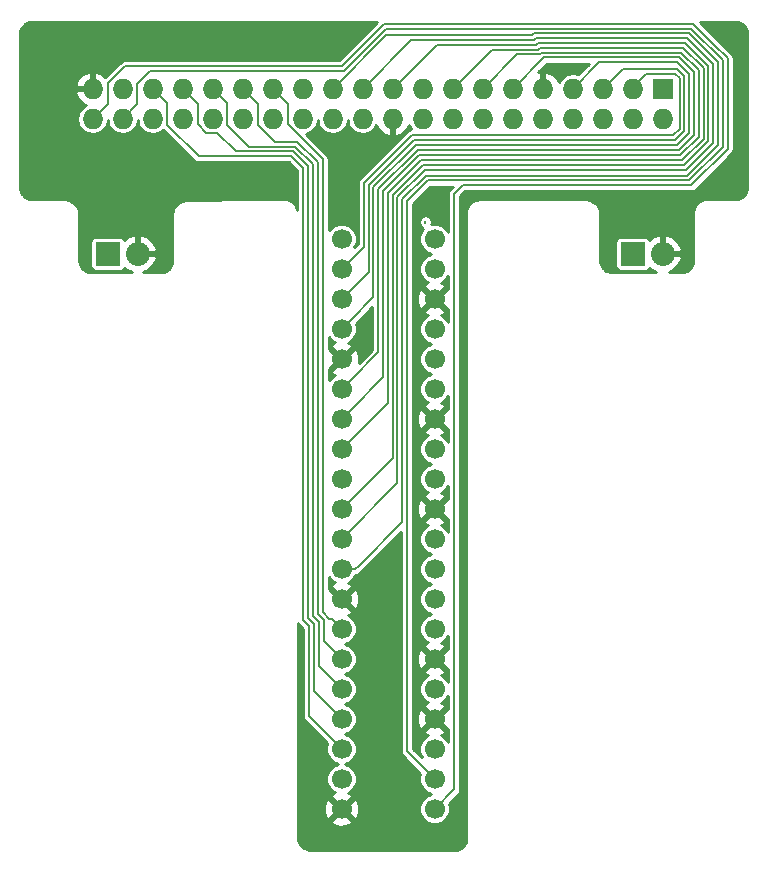
<source format=gbr>
G04 #@! TF.FileFunction,Copper,L2,Bot,Signal*
%FSLAX46Y46*%
G04 Gerber Fmt 4.6, Leading zero omitted, Abs format (unit mm)*
G04 Created by KiCad (PCBNEW (2015-07-30 BZR 6023, Git cb629e0)-product) date 9/8/2015 5:12:29 PM*
%MOMM*%
G01*
G04 APERTURE LIST*
%ADD10C,0.100000*%
%ADD11C,1.700000*%
%ADD12R,1.727200X1.727200*%
%ADD13O,1.727200X1.727200*%
%ADD14R,2.032000X2.032000*%
%ADD15O,2.032000X2.032000*%
%ADD16C,0.203200*%
%ADD17C,0.508000*%
%ADD18C,0.254000*%
G04 APERTURE END LIST*
D10*
D11*
X144272000Y-71120000D03*
X152142000Y-71120000D03*
X144272000Y-73660000D03*
X152142000Y-73660000D03*
X144272000Y-76200000D03*
X152142000Y-76200000D03*
X144272000Y-78740000D03*
X152142000Y-78740000D03*
X144272000Y-81280000D03*
X152142000Y-81280000D03*
X144272000Y-83820000D03*
X152142000Y-83820000D03*
X144272000Y-86360000D03*
X152142000Y-86360000D03*
X144272000Y-88900000D03*
X152142000Y-88900000D03*
X144272000Y-91440000D03*
X152142000Y-91440000D03*
X144272000Y-93980000D03*
X152142000Y-93980000D03*
X144272000Y-96520000D03*
X152142000Y-96520000D03*
X144272000Y-99060000D03*
X152142000Y-99060000D03*
X144272000Y-101600000D03*
X152142000Y-101600000D03*
X144272000Y-104140000D03*
X152142000Y-104140000D03*
X144272000Y-106680000D03*
X152142000Y-106680000D03*
X144272000Y-109220000D03*
X152142000Y-109220000D03*
X144272000Y-111760000D03*
X152142000Y-111760000D03*
X144272000Y-114300000D03*
X152142000Y-114300000D03*
X144272000Y-116840000D03*
X152142000Y-116840000D03*
X144272000Y-119380000D03*
X152142000Y-119380000D03*
D12*
X171450000Y-58420000D03*
D13*
X171450000Y-60960000D03*
X168910000Y-58420000D03*
X168910000Y-60960000D03*
X166370000Y-58420000D03*
X166370000Y-60960000D03*
X163830000Y-58420000D03*
X163830000Y-60960000D03*
X161290000Y-58420000D03*
X161290000Y-60960000D03*
X158750000Y-58420000D03*
X158750000Y-60960000D03*
X156210000Y-58420000D03*
X156210000Y-60960000D03*
X153670000Y-58420000D03*
X153670000Y-60960000D03*
X151130000Y-58420000D03*
X151130000Y-60960000D03*
X148590000Y-58420000D03*
X148590000Y-60960000D03*
X146050000Y-58420000D03*
X146050000Y-60960000D03*
X143510000Y-58420000D03*
X143510000Y-60960000D03*
X140970000Y-58420000D03*
X140970000Y-60960000D03*
X138430000Y-58420000D03*
X138430000Y-60960000D03*
X135890000Y-58420000D03*
X135890000Y-60960000D03*
X133350000Y-58420000D03*
X133350000Y-60960000D03*
X130810000Y-58420000D03*
X130810000Y-60960000D03*
X128270000Y-58420000D03*
X128270000Y-60960000D03*
X125730000Y-58420000D03*
X125730000Y-60960000D03*
X123190000Y-58420000D03*
X123190000Y-60960000D03*
D14*
X168910000Y-72390000D03*
D15*
X171450000Y-72390000D03*
D14*
X124460000Y-72390000D03*
D15*
X127000000Y-72390000D03*
D16*
X151368760Y-69677280D02*
X151368760Y-69758560D01*
X151368760Y-69644260D02*
X151368760Y-69677280D01*
X168910000Y-58420000D02*
X168910000Y-58267600D01*
X168910000Y-58267600D02*
X170053000Y-57124600D01*
X170053000Y-57124600D02*
X172491400Y-57124600D01*
X172491400Y-57124600D02*
X172897800Y-57531000D01*
X172339000Y-62357000D02*
X150215600Y-62357000D01*
X172897800Y-57531000D02*
X172897800Y-61798200D01*
X146151600Y-71780400D02*
X144272000Y-73660000D01*
X172897800Y-61798200D02*
X172339000Y-62357000D01*
X150215600Y-62357000D02*
X146151600Y-66421000D01*
X146151600Y-66421000D02*
X146151600Y-71780400D01*
X166370000Y-58420000D02*
X168071809Y-56718191D01*
X168071809Y-56718191D02*
X172659741Y-56718191D01*
X172659741Y-56718191D02*
X173304210Y-57362660D01*
X173304210Y-57362660D02*
X173304209Y-61966541D01*
X173304209Y-61966541D02*
X172507340Y-62763410D01*
X172507340Y-62763410D02*
X150383940Y-62763410D01*
X150383940Y-62763410D02*
X146558010Y-66589340D01*
X146558010Y-66589340D02*
X146558010Y-73913990D01*
X146558010Y-73913990D02*
X144272000Y-76200000D01*
X135890000Y-60960000D02*
X135890000Y-60581234D01*
D17*
X140970000Y-58420000D02*
X140952220Y-58420000D01*
X140820140Y-58420000D02*
X140970000Y-58420000D01*
D16*
X145033999Y-77978001D02*
X144272000Y-78740000D01*
X146964420Y-74082330D02*
X146964400Y-74082350D01*
X146964400Y-76047600D02*
X145033999Y-77978001D01*
X146964400Y-74082350D02*
X146964400Y-76047600D01*
X146964420Y-66757680D02*
X146964420Y-74082330D01*
X150552280Y-63169820D02*
X146964420Y-66757680D01*
X172675680Y-63169820D02*
X150552280Y-63169820D01*
X173710618Y-62134882D02*
X172675680Y-63169820D01*
X173710619Y-57194321D02*
X173710618Y-62134882D01*
X172683309Y-56167011D02*
X173710619Y-57194321D01*
X166082989Y-56167011D02*
X172683309Y-56167011D01*
X163830000Y-58420000D02*
X166082989Y-56167011D01*
X147370830Y-66926020D02*
X147370830Y-74371170D01*
X147370810Y-74371190D02*
X147370810Y-80721190D01*
X172851648Y-55760602D02*
X174117028Y-57025982D01*
X147370810Y-80721190D02*
X145033999Y-83058001D01*
X158750000Y-58420000D02*
X161409398Y-55760602D01*
X145033999Y-83058001D02*
X144272000Y-83820000D01*
X147370830Y-74371170D02*
X147370810Y-74371190D01*
X150720620Y-63576230D02*
X147370830Y-66926020D01*
X172844020Y-63576230D02*
X150720620Y-63576230D01*
X161409398Y-55760602D02*
X172851648Y-55760602D01*
X174117027Y-62303223D02*
X172844020Y-63576230D01*
X174117028Y-57025982D02*
X174117027Y-62303223D01*
X161096284Y-55498966D02*
X161241057Y-55354193D01*
X150812800Y-64058800D02*
X147777240Y-67094360D01*
X147777240Y-82854760D02*
X145033999Y-85598001D01*
X147777240Y-67094360D02*
X147777240Y-82854760D01*
X174523436Y-62471564D02*
X172936200Y-64058800D01*
X174523437Y-56857643D02*
X174523436Y-62471564D01*
X173019987Y-55354193D02*
X174523437Y-56857643D01*
X159131034Y-55498966D02*
X161096284Y-55498966D01*
X156210000Y-58420000D02*
X159131034Y-55498966D01*
X145033999Y-85598001D02*
X144272000Y-86360000D01*
X172936200Y-64058800D02*
X150812800Y-64058800D01*
X161241057Y-55354193D02*
X173019987Y-55354193D01*
X145033999Y-88138001D02*
X144272000Y-88900000D01*
X153670000Y-58420000D02*
X156997443Y-55092557D01*
X174929845Y-62639905D02*
X173104540Y-64465210D01*
X173104540Y-64465210D02*
X150981140Y-64465210D01*
X174929846Y-56689304D02*
X174929845Y-62639905D01*
X161072716Y-54947784D02*
X173188326Y-54947784D01*
X160927943Y-55092557D02*
X161072716Y-54947784D01*
X156997443Y-55092557D02*
X160927943Y-55092557D01*
X150981140Y-64465210D02*
X148183650Y-67262700D01*
X173188326Y-54947784D02*
X174929846Y-56689304D01*
X148183650Y-67262700D02*
X148183650Y-84988350D01*
X148183650Y-84988350D02*
X145033999Y-88138001D01*
X173356665Y-54541375D02*
X175336255Y-56520965D01*
X152323853Y-54686147D02*
X160759603Y-54686147D01*
X160759603Y-54686147D02*
X160904375Y-54541375D01*
X175336255Y-56520965D02*
X175336254Y-62808246D01*
X151149480Y-64871620D02*
X148590060Y-67431040D01*
X173272880Y-64871620D02*
X151149480Y-64871620D01*
X175336254Y-62808246D02*
X173272880Y-64871620D01*
X160904375Y-54541375D02*
X173356665Y-54541375D01*
X148590060Y-67431040D02*
X148590060Y-89661940D01*
X145033999Y-93218001D02*
X144272000Y-93980000D01*
X148590000Y-58420000D02*
X152323853Y-54686147D01*
X148590060Y-89661940D02*
X145033999Y-93218001D01*
X160591263Y-54279737D02*
X160736034Y-54134966D01*
X173525011Y-54134966D02*
X173669782Y-54279737D01*
X160736034Y-54134966D02*
X173525011Y-54134966D01*
X146050000Y-58420000D02*
X150190263Y-54279737D01*
X150190263Y-54279737D02*
X160591263Y-54279737D01*
X173669782Y-54279737D02*
X175742664Y-56352626D01*
X175742664Y-56352626D02*
X175742663Y-62976587D01*
X175742663Y-62976587D02*
X173441220Y-65278030D01*
X173441220Y-65278030D02*
X151317820Y-65278030D01*
X151317820Y-65278030D02*
X148996470Y-67599380D01*
X148996470Y-67599380D02*
X148996470Y-91795530D01*
X148996470Y-91795530D02*
X144272000Y-96520000D01*
X173669782Y-54279737D02*
X175061819Y-55671779D01*
X151410000Y-65760600D02*
X149402880Y-67767720D01*
X176149072Y-63144928D02*
X173533400Y-65760600D01*
X176149073Y-56184278D02*
X176149072Y-63144928D01*
X149402880Y-95097520D02*
X145713444Y-98786956D01*
X149402880Y-67767720D02*
X149402880Y-95097520D01*
X173693352Y-53728557D02*
X176149073Y-56184278D01*
X160567693Y-53728557D02*
X173693352Y-53728557D01*
X148056672Y-53873328D02*
X160422922Y-53873328D01*
X143510000Y-58420000D02*
X148056672Y-53873328D01*
X160422922Y-53873328D02*
X160567693Y-53728557D01*
X173533400Y-65760600D02*
X151410000Y-65760600D01*
X145713444Y-98786956D02*
X145618200Y-98882200D01*
X145713444Y-98786956D02*
X145440400Y-99060000D01*
X145440400Y-99060000D02*
X144272000Y-99060000D01*
X142659990Y-64379224D02*
X142659990Y-102739520D01*
X138430000Y-58420000D02*
X139710159Y-59700159D01*
X143422001Y-103290001D02*
X144272000Y-104140000D01*
X139710159Y-61429393D02*
X142659990Y-64379224D01*
X139710159Y-59700159D02*
X139710159Y-61429393D01*
X142659990Y-102739520D02*
X143210471Y-103290001D01*
X143210471Y-103290001D02*
X143422001Y-103290001D01*
X137185401Y-59715401D02*
X137185401Y-61444635D01*
X137185401Y-61444635D02*
X138632877Y-62892111D01*
X142253580Y-64631180D02*
X142253581Y-102907861D01*
X142253581Y-102907861D02*
X142747989Y-103402269D01*
X143422001Y-105830001D02*
X144272000Y-106680000D01*
X142747989Y-105155989D02*
X143422001Y-105830001D01*
X142747989Y-103402269D02*
X142747989Y-105155989D01*
X138632877Y-62892111D02*
X140514511Y-62892111D01*
X135890000Y-58420000D02*
X137185401Y-59715401D01*
X140514511Y-62892111D02*
X142253580Y-64631180D01*
X141847172Y-103076202D02*
X142341579Y-103570609D01*
X143422001Y-108370001D02*
X144272000Y-109220000D01*
X142341579Y-107289579D02*
X143422001Y-108370001D01*
X142341579Y-103570609D02*
X142341579Y-107289579D01*
X140355826Y-63308176D02*
X141847172Y-64799522D01*
X136433758Y-63308176D02*
X140355826Y-63308176D01*
X134586979Y-61461397D02*
X136433758Y-63308176D01*
X134586979Y-59656979D02*
X134586979Y-61461397D01*
X133350000Y-58420000D02*
X134586979Y-59656979D01*
X141847172Y-64799522D02*
X141847172Y-103076202D01*
X132097781Y-59707781D02*
X131673599Y-59283599D01*
X131673599Y-59283599D02*
X130810000Y-58420000D01*
X133746241Y-62128401D02*
X132789167Y-62128401D01*
X135332426Y-63714586D02*
X133746241Y-62128401D01*
X140187486Y-63714586D02*
X135332426Y-63714586D01*
X132789167Y-62128401D02*
X132097781Y-61437015D01*
X141440762Y-103244542D02*
X141440762Y-64967862D01*
X144272000Y-111760000D02*
X141935169Y-109423169D01*
X141935169Y-103738949D02*
X141440762Y-103244542D01*
X141935169Y-109423169D02*
X141935169Y-103738949D01*
X132097781Y-61437015D02*
X132097781Y-59707781D01*
X141440762Y-64967862D02*
X140187486Y-63714586D01*
X140019146Y-64120996D02*
X141034352Y-65136202D01*
X128270000Y-58420000D02*
X129484119Y-59634119D01*
X141528759Y-111556759D02*
X143422001Y-113450001D01*
X141528759Y-103907289D02*
X141528759Y-111556759D01*
X141034352Y-103412882D02*
X141528759Y-103907289D01*
X143422001Y-113450001D02*
X144272000Y-114300000D01*
X129484119Y-61438537D02*
X132166578Y-64120996D01*
X132166578Y-64120996D02*
X140019146Y-64120996D01*
X129484119Y-59634119D02*
X129484119Y-61438537D01*
X141034352Y-65136202D02*
X141034352Y-103412882D01*
X125730000Y-60960000D02*
X126979679Y-59710321D01*
X149809290Y-67936060D02*
X149809290Y-114507290D01*
X126979679Y-59710321D02*
X126979679Y-57981087D01*
X126979679Y-57981087D02*
X128074926Y-56885840D01*
X128074926Y-56885840D02*
X144469410Y-56885840D01*
X144469410Y-56885840D02*
X148033102Y-53322148D01*
X176555481Y-63313269D02*
X173701740Y-66167010D01*
X148033102Y-53322148D02*
X173861693Y-53322148D01*
X173861693Y-53322148D02*
X176555482Y-56015939D01*
X176555482Y-56015939D02*
X176555481Y-63313269D01*
X173701740Y-66167010D02*
X151578340Y-66167010D01*
X151578340Y-66167010D02*
X149809290Y-67936060D01*
X149809290Y-114507290D02*
X152142000Y-116840000D01*
X123190000Y-60960000D02*
X124485399Y-59664601D01*
X144301070Y-56479430D02*
X147864762Y-52915738D01*
X124485399Y-59664601D02*
X124485399Y-57935367D01*
X173870080Y-66573420D02*
X154546280Y-66573420D01*
X124485399Y-57935367D02*
X125941336Y-56479430D01*
X125941336Y-56479430D02*
X144301070Y-56479430D01*
X147864762Y-52915738D02*
X174030034Y-52915739D01*
X174030034Y-52915739D02*
X175782715Y-54668420D01*
X175782715Y-54668420D02*
X176961891Y-55847600D01*
X176961891Y-55847600D02*
X176961890Y-63481608D01*
X154546280Y-66573420D02*
X153807160Y-67312540D01*
X176961890Y-63481608D02*
X173870080Y-66573420D01*
X153807160Y-67312540D02*
X153807160Y-117714840D01*
X153807160Y-117714840D02*
X152142000Y-119380000D01*
D18*
G36*
X177709655Y-52774860D02*
X177811592Y-52790338D01*
X177909553Y-52815406D01*
X178003260Y-52849573D01*
X178092386Y-52892377D01*
X178176496Y-52943367D01*
X178255090Y-53002064D01*
X178327596Y-53067935D01*
X178393475Y-53140451D01*
X178452172Y-53219047D01*
X178503165Y-53303160D01*
X178545971Y-53392285D01*
X178572135Y-53464048D01*
X178617255Y-53663334D01*
X178620680Y-53685888D01*
X178626585Y-53803749D01*
X178626585Y-66698163D01*
X178620680Y-66816025D01*
X178618458Y-66830660D01*
X178599934Y-66938547D01*
X178580133Y-67015927D01*
X178545972Y-67109626D01*
X178503163Y-67198755D01*
X178452170Y-67282868D01*
X178393471Y-67361466D01*
X178327602Y-67433972D01*
X178255090Y-67499848D01*
X178176495Y-67558546D01*
X178092390Y-67609534D01*
X178003260Y-67652340D01*
X177909559Y-67686505D01*
X177811594Y-67711573D01*
X177709659Y-67727052D01*
X177591778Y-67732957D01*
X175335780Y-67732957D01*
X175335540Y-67733005D01*
X175335298Y-67732957D01*
X175206678Y-67733087D01*
X175183442Y-67737733D01*
X175159857Y-67735438D01*
X175045447Y-67746840D01*
X175019950Y-67754606D01*
X174993301Y-67754971D01*
X174892284Y-67776505D01*
X174865122Y-67788194D01*
X174835828Y-67792221D01*
X174747395Y-67822805D01*
X174719896Y-67838892D01*
X174689183Y-67847364D01*
X174612511Y-67885879D01*
X174586306Y-67906295D01*
X174555807Y-67919458D01*
X174490083Y-67964788D01*
X174466830Y-67988736D01*
X174438306Y-68006083D01*
X174382714Y-68057124D01*
X174363660Y-68083164D01*
X174338582Y-68103470D01*
X174292306Y-68159108D01*
X174277934Y-68185576D01*
X174257078Y-68207305D01*
X174219303Y-68266428D01*
X174209366Y-68291880D01*
X174192800Y-68313609D01*
X174162709Y-68375108D01*
X174156507Y-68398544D01*
X174143820Y-68419201D01*
X174120593Y-68481965D01*
X174117244Y-68502973D01*
X174107750Y-68522011D01*
X174090591Y-68584929D01*
X174089311Y-68603211D01*
X174082399Y-68620186D01*
X174070461Y-68682146D01*
X174070556Y-68698012D01*
X174065549Y-68713070D01*
X174058042Y-68772964D01*
X174059005Y-68786384D01*
X174055476Y-68799368D01*
X174051553Y-68856081D01*
X174053014Y-68867495D01*
X174050527Y-68878728D01*
X174049398Y-68931151D01*
X174050307Y-68936295D01*
X174049287Y-68941421D01*
X174049287Y-72892132D01*
X174043361Y-73010004D01*
X174027880Y-73111968D01*
X174002798Y-73209928D01*
X173968609Y-73303657D01*
X173925756Y-73392850D01*
X173874716Y-73477023D01*
X173815968Y-73555675D01*
X173750023Y-73628259D01*
X173677441Y-73694203D01*
X173598778Y-73752958D01*
X173514609Y-73803997D01*
X173425435Y-73846840D01*
X173331680Y-73881037D01*
X173233736Y-73906115D01*
X173131768Y-73921597D01*
X173013896Y-73927523D01*
X171998209Y-73927523D01*
X172314818Y-73796385D01*
X172787188Y-73358379D01*
X173055983Y-72772946D01*
X172937367Y-72517000D01*
X171577000Y-72517000D01*
X171577000Y-72537000D01*
X171323000Y-72537000D01*
X171323000Y-72517000D01*
X171303000Y-72517000D01*
X171303000Y-72263000D01*
X171323000Y-72263000D01*
X171323000Y-70903164D01*
X171577000Y-70903164D01*
X171577000Y-72263000D01*
X172937367Y-72263000D01*
X173055983Y-72007054D01*
X172787188Y-71421621D01*
X172314818Y-70983615D01*
X171832944Y-70784025D01*
X171577000Y-70903164D01*
X171323000Y-70903164D01*
X171067056Y-70784025D01*
X170585182Y-70983615D01*
X170332071Y-71218313D01*
X170331591Y-71215763D01*
X170238073Y-71070433D01*
X170095381Y-70972936D01*
X169926000Y-70938635D01*
X167894000Y-70938635D01*
X167735763Y-70968409D01*
X167590433Y-71061927D01*
X167492936Y-71204619D01*
X167458635Y-71374000D01*
X167458635Y-73406000D01*
X167488409Y-73564237D01*
X167581927Y-73709567D01*
X167724619Y-73807064D01*
X167894000Y-73841365D01*
X169926000Y-73841365D01*
X170084237Y-73811591D01*
X170229567Y-73718073D01*
X170327064Y-73575381D01*
X170330190Y-73559943D01*
X170585182Y-73796385D01*
X170901791Y-73927523D01*
X167195517Y-73927523D01*
X167077658Y-73921597D01*
X166975715Y-73906117D01*
X166877803Y-73881043D01*
X166784105Y-73846857D01*
X166694996Y-73804031D01*
X166610872Y-73753002D01*
X166532273Y-73694266D01*
X166459750Y-73628345D01*
X166393858Y-73555780D01*
X166335146Y-73477132D01*
X166284135Y-73392956D01*
X166241320Y-73303779D01*
X166207141Y-73210017D01*
X166182068Y-73112014D01*
X166166587Y-73010048D01*
X166160681Y-72892176D01*
X166160681Y-68941421D01*
X166158837Y-68932149D01*
X166160318Y-68922812D01*
X166158342Y-68872201D01*
X166153608Y-68852463D01*
X166155093Y-68832219D01*
X166148687Y-68780461D01*
X166142053Y-68760409D01*
X166141750Y-68739290D01*
X166130518Y-68686774D01*
X166121795Y-68666541D01*
X166119470Y-68644631D01*
X166102988Y-68591737D01*
X166091976Y-68571503D01*
X166087370Y-68548932D01*
X166065159Y-68496049D01*
X166051897Y-68476411D01*
X166044903Y-68453770D01*
X166016506Y-68401286D01*
X166001210Y-68382840D01*
X165991900Y-68360760D01*
X165956873Y-68309051D01*
X165939851Y-68292244D01*
X165928420Y-68271234D01*
X165886313Y-68220695D01*
X165868061Y-68205941D01*
X165854893Y-68186514D01*
X165805251Y-68137525D01*
X165786317Y-68125054D01*
X165771892Y-68107566D01*
X165714268Y-68060513D01*
X165695184Y-68050373D01*
X165679997Y-68035000D01*
X165613935Y-67990275D01*
X165595223Y-67982390D01*
X165579787Y-67969194D01*
X165504837Y-67927173D01*
X165486845Y-67921318D01*
X165471543Y-67910185D01*
X165387252Y-67871261D01*
X165370274Y-67867174D01*
X165355448Y-67857947D01*
X165261363Y-67822500D01*
X165245536Y-67819882D01*
X165231384Y-67812328D01*
X165127055Y-67780748D01*
X165112439Y-67779317D01*
X165099089Y-67773202D01*
X164984064Y-67745882D01*
X164928436Y-67743831D01*
X164873836Y-67732971D01*
X156159200Y-67732971D01*
X156139878Y-67736814D01*
X156118099Y-67733814D01*
X155995747Y-67741096D01*
X155976649Y-67746090D01*
X155956937Y-67745003D01*
X155846380Y-67760723D01*
X155825925Y-67767903D01*
X155804260Y-67768657D01*
X155704963Y-67792025D01*
X155683714Y-67801705D01*
X155660564Y-67804771D01*
X155571982Y-67834916D01*
X155550391Y-67847404D01*
X155526135Y-67853216D01*
X155447736Y-67889318D01*
X155426573Y-67904680D01*
X155401951Y-67913495D01*
X155333192Y-67954724D01*
X155313267Y-67972790D01*
X155289115Y-67984621D01*
X155229459Y-68030147D01*
X155211535Y-68050477D01*
X155188688Y-68065060D01*
X155137600Y-68114051D01*
X155122271Y-68135983D01*
X155101452Y-68152793D01*
X155058391Y-68204417D01*
X155045974Y-68227207D01*
X155027650Y-68245591D01*
X154992076Y-68299018D01*
X154982608Y-68321981D01*
X154966980Y-68341279D01*
X154938357Y-68395679D01*
X154931673Y-68418241D01*
X154918717Y-68437885D01*
X154896506Y-68492428D01*
X154892303Y-68514237D01*
X154881832Y-68533824D01*
X154865491Y-68587677D01*
X154863425Y-68608633D01*
X154855154Y-68627998D01*
X154844147Y-68680328D01*
X154843925Y-68700534D01*
X154837571Y-68719714D01*
X154831363Y-68769693D01*
X154832791Y-68789282D01*
X154828150Y-68808367D01*
X154826174Y-68855165D01*
X154827743Y-68865263D01*
X154825749Y-68875288D01*
X154825749Y-121740046D01*
X154819022Y-121899951D01*
X154822804Y-121924266D01*
X154818600Y-121945400D01*
X154818600Y-122077631D01*
X154804659Y-122132079D01*
X154770465Y-122225829D01*
X154727620Y-122315006D01*
X154676575Y-122399184D01*
X154617825Y-122477842D01*
X154551884Y-122550421D01*
X154479319Y-122616349D01*
X154400665Y-122675090D01*
X154316459Y-122726154D01*
X154227286Y-122769004D01*
X154133568Y-122803185D01*
X154035738Y-122828227D01*
X153957907Y-122840000D01*
X141544806Y-122840000D01*
X141451545Y-122813354D01*
X141321362Y-122763343D01*
X141317301Y-122762644D01*
X141313782Y-122760505D01*
X141197881Y-122718223D01*
X141108772Y-122675389D01*
X141024622Y-122624340D01*
X140946026Y-122565618D01*
X140873511Y-122499705D01*
X140807621Y-122427142D01*
X140735145Y-122330051D01*
X140718814Y-122315341D01*
X140672499Y-122238915D01*
X140629681Y-122149738D01*
X140595504Y-122055968D01*
X140570433Y-121957978D01*
X140554960Y-121855999D01*
X140549047Y-121738113D01*
X140549047Y-120423958D01*
X143407647Y-120423958D01*
X143487920Y-120675259D01*
X144043279Y-120876718D01*
X144633458Y-120850315D01*
X145056080Y-120675259D01*
X145136353Y-120423958D01*
X144272000Y-119559605D01*
X143407647Y-120423958D01*
X140549047Y-120423958D01*
X140549047Y-119151279D01*
X142775282Y-119151279D01*
X142801685Y-119741458D01*
X142976741Y-120164080D01*
X143228042Y-120244353D01*
X144092395Y-119380000D01*
X144451605Y-119380000D01*
X145315958Y-120244353D01*
X145567259Y-120164080D01*
X145768718Y-119608721D01*
X145742315Y-119018542D01*
X145567259Y-118595920D01*
X145315958Y-118515647D01*
X144451605Y-119380000D01*
X144092395Y-119380000D01*
X143228042Y-118515647D01*
X142976741Y-118595920D01*
X142775282Y-119151279D01*
X140549047Y-119151279D01*
X140549047Y-103619746D01*
X140660575Y-103786659D01*
X141000159Y-104126243D01*
X141000159Y-111556754D01*
X141000158Y-111556759D01*
X141040396Y-111759046D01*
X141154982Y-111930536D01*
X143048222Y-113823775D01*
X143048224Y-113823778D01*
X143075644Y-113851198D01*
X142995222Y-114044875D01*
X142994779Y-114552897D01*
X143188781Y-115022417D01*
X143547693Y-115381957D01*
X144001088Y-115570223D01*
X143549583Y-115756781D01*
X143190043Y-116115693D01*
X142995222Y-116584875D01*
X142994779Y-117092897D01*
X143188781Y-117562417D01*
X143547693Y-117921957D01*
X143714099Y-117991055D01*
X143487920Y-118084741D01*
X143407647Y-118336042D01*
X144272000Y-119200395D01*
X145136353Y-118336042D01*
X145056080Y-118084741D01*
X144815083Y-117997318D01*
X144994417Y-117923219D01*
X145353957Y-117564307D01*
X145548778Y-117095125D01*
X145549221Y-116587103D01*
X145355219Y-116117583D01*
X144996307Y-115758043D01*
X144542912Y-115569777D01*
X144994417Y-115383219D01*
X145353957Y-115024307D01*
X145548778Y-114555125D01*
X145549221Y-114047103D01*
X145355219Y-113577583D01*
X144996307Y-113218043D01*
X144542912Y-113029777D01*
X144994417Y-112843219D01*
X145353957Y-112484307D01*
X145548778Y-112015125D01*
X145549221Y-111507103D01*
X145355219Y-111037583D01*
X144996307Y-110678043D01*
X144542912Y-110489777D01*
X144994417Y-110303219D01*
X145353957Y-109944307D01*
X145548778Y-109475125D01*
X145549221Y-108967103D01*
X145355219Y-108497583D01*
X144996307Y-108138043D01*
X144542912Y-107949777D01*
X144994417Y-107763219D01*
X145353957Y-107404307D01*
X145548778Y-106935125D01*
X145549221Y-106427103D01*
X145355219Y-105957583D01*
X144996307Y-105598043D01*
X144542912Y-105409777D01*
X144994417Y-105223219D01*
X145353957Y-104864307D01*
X145548778Y-104395125D01*
X145549221Y-103887103D01*
X145355219Y-103417583D01*
X144996307Y-103058043D01*
X144829901Y-102988945D01*
X145056080Y-102895259D01*
X145136353Y-102643958D01*
X144272000Y-101779605D01*
X144257858Y-101793748D01*
X144078253Y-101614143D01*
X144092395Y-101600000D01*
X144451605Y-101600000D01*
X145315958Y-102464353D01*
X145567259Y-102384080D01*
X145768718Y-101828721D01*
X145742315Y-101238542D01*
X145567259Y-100815920D01*
X145315958Y-100735647D01*
X144451605Y-101600000D01*
X144092395Y-101600000D01*
X143228042Y-100735647D01*
X143188590Y-100748249D01*
X143188590Y-99781955D01*
X143188781Y-99782417D01*
X143547693Y-100141957D01*
X143714099Y-100211055D01*
X143487920Y-100304741D01*
X143407647Y-100556042D01*
X144272000Y-101420395D01*
X145136353Y-100556042D01*
X145056080Y-100304741D01*
X144815083Y-100217318D01*
X144994417Y-100143219D01*
X145353957Y-99784307D01*
X145435221Y-99588600D01*
X145440395Y-99588600D01*
X145440400Y-99588601D01*
X145642687Y-99548363D01*
X145814177Y-99433777D01*
X145991975Y-99255978D01*
X145991977Y-99255977D01*
X146087218Y-99160735D01*
X146087221Y-99160733D01*
X149280690Y-95967263D01*
X149280690Y-114507285D01*
X149280689Y-114507290D01*
X149320927Y-114709577D01*
X149435513Y-114881067D01*
X150945644Y-116391198D01*
X150865222Y-116584875D01*
X150864779Y-117092897D01*
X151058781Y-117562417D01*
X151417693Y-117921957D01*
X151871088Y-118110223D01*
X151419583Y-118296781D01*
X151060043Y-118655693D01*
X150865222Y-119124875D01*
X150864779Y-119632897D01*
X151058781Y-120102417D01*
X151417693Y-120461957D01*
X151886875Y-120656778D01*
X152394897Y-120657221D01*
X152864417Y-120463219D01*
X153223957Y-120104307D01*
X153418778Y-119635125D01*
X153419221Y-119127103D01*
X153338298Y-118931256D01*
X154180937Y-118088617D01*
X154295523Y-117917127D01*
X154335761Y-117714840D01*
X154335760Y-117714835D01*
X154335760Y-67531494D01*
X154765233Y-67102020D01*
X173870075Y-67102020D01*
X173870080Y-67102021D01*
X174072367Y-67061783D01*
X174243857Y-66947197D01*
X177335667Y-63855385D01*
X177450253Y-63683895D01*
X177490490Y-63481608D01*
X177490491Y-55847606D01*
X177490492Y-55847601D01*
X177450254Y-55645314D01*
X177335669Y-55473824D01*
X176156492Y-54294644D01*
X176156491Y-54294643D01*
X174630804Y-52768955D01*
X177591794Y-52768955D01*
X177709655Y-52774860D01*
X177709655Y-52774860D01*
G37*
X177709655Y-52774860D02*
X177811592Y-52790338D01*
X177909553Y-52815406D01*
X178003260Y-52849573D01*
X178092386Y-52892377D01*
X178176496Y-52943367D01*
X178255090Y-53002064D01*
X178327596Y-53067935D01*
X178393475Y-53140451D01*
X178452172Y-53219047D01*
X178503165Y-53303160D01*
X178545971Y-53392285D01*
X178572135Y-53464048D01*
X178617255Y-53663334D01*
X178620680Y-53685888D01*
X178626585Y-53803749D01*
X178626585Y-66698163D01*
X178620680Y-66816025D01*
X178618458Y-66830660D01*
X178599934Y-66938547D01*
X178580133Y-67015927D01*
X178545972Y-67109626D01*
X178503163Y-67198755D01*
X178452170Y-67282868D01*
X178393471Y-67361466D01*
X178327602Y-67433972D01*
X178255090Y-67499848D01*
X178176495Y-67558546D01*
X178092390Y-67609534D01*
X178003260Y-67652340D01*
X177909559Y-67686505D01*
X177811594Y-67711573D01*
X177709659Y-67727052D01*
X177591778Y-67732957D01*
X175335780Y-67732957D01*
X175335540Y-67733005D01*
X175335298Y-67732957D01*
X175206678Y-67733087D01*
X175183442Y-67737733D01*
X175159857Y-67735438D01*
X175045447Y-67746840D01*
X175019950Y-67754606D01*
X174993301Y-67754971D01*
X174892284Y-67776505D01*
X174865122Y-67788194D01*
X174835828Y-67792221D01*
X174747395Y-67822805D01*
X174719896Y-67838892D01*
X174689183Y-67847364D01*
X174612511Y-67885879D01*
X174586306Y-67906295D01*
X174555807Y-67919458D01*
X174490083Y-67964788D01*
X174466830Y-67988736D01*
X174438306Y-68006083D01*
X174382714Y-68057124D01*
X174363660Y-68083164D01*
X174338582Y-68103470D01*
X174292306Y-68159108D01*
X174277934Y-68185576D01*
X174257078Y-68207305D01*
X174219303Y-68266428D01*
X174209366Y-68291880D01*
X174192800Y-68313609D01*
X174162709Y-68375108D01*
X174156507Y-68398544D01*
X174143820Y-68419201D01*
X174120593Y-68481965D01*
X174117244Y-68502973D01*
X174107750Y-68522011D01*
X174090591Y-68584929D01*
X174089311Y-68603211D01*
X174082399Y-68620186D01*
X174070461Y-68682146D01*
X174070556Y-68698012D01*
X174065549Y-68713070D01*
X174058042Y-68772964D01*
X174059005Y-68786384D01*
X174055476Y-68799368D01*
X174051553Y-68856081D01*
X174053014Y-68867495D01*
X174050527Y-68878728D01*
X174049398Y-68931151D01*
X174050307Y-68936295D01*
X174049287Y-68941421D01*
X174049287Y-72892132D01*
X174043361Y-73010004D01*
X174027880Y-73111968D01*
X174002798Y-73209928D01*
X173968609Y-73303657D01*
X173925756Y-73392850D01*
X173874716Y-73477023D01*
X173815968Y-73555675D01*
X173750023Y-73628259D01*
X173677441Y-73694203D01*
X173598778Y-73752958D01*
X173514609Y-73803997D01*
X173425435Y-73846840D01*
X173331680Y-73881037D01*
X173233736Y-73906115D01*
X173131768Y-73921597D01*
X173013896Y-73927523D01*
X171998209Y-73927523D01*
X172314818Y-73796385D01*
X172787188Y-73358379D01*
X173055983Y-72772946D01*
X172937367Y-72517000D01*
X171577000Y-72517000D01*
X171577000Y-72537000D01*
X171323000Y-72537000D01*
X171323000Y-72517000D01*
X171303000Y-72517000D01*
X171303000Y-72263000D01*
X171323000Y-72263000D01*
X171323000Y-70903164D01*
X171577000Y-70903164D01*
X171577000Y-72263000D01*
X172937367Y-72263000D01*
X173055983Y-72007054D01*
X172787188Y-71421621D01*
X172314818Y-70983615D01*
X171832944Y-70784025D01*
X171577000Y-70903164D01*
X171323000Y-70903164D01*
X171067056Y-70784025D01*
X170585182Y-70983615D01*
X170332071Y-71218313D01*
X170331591Y-71215763D01*
X170238073Y-71070433D01*
X170095381Y-70972936D01*
X169926000Y-70938635D01*
X167894000Y-70938635D01*
X167735763Y-70968409D01*
X167590433Y-71061927D01*
X167492936Y-71204619D01*
X167458635Y-71374000D01*
X167458635Y-73406000D01*
X167488409Y-73564237D01*
X167581927Y-73709567D01*
X167724619Y-73807064D01*
X167894000Y-73841365D01*
X169926000Y-73841365D01*
X170084237Y-73811591D01*
X170229567Y-73718073D01*
X170327064Y-73575381D01*
X170330190Y-73559943D01*
X170585182Y-73796385D01*
X170901791Y-73927523D01*
X167195517Y-73927523D01*
X167077658Y-73921597D01*
X166975715Y-73906117D01*
X166877803Y-73881043D01*
X166784105Y-73846857D01*
X166694996Y-73804031D01*
X166610872Y-73753002D01*
X166532273Y-73694266D01*
X166459750Y-73628345D01*
X166393858Y-73555780D01*
X166335146Y-73477132D01*
X166284135Y-73392956D01*
X166241320Y-73303779D01*
X166207141Y-73210017D01*
X166182068Y-73112014D01*
X166166587Y-73010048D01*
X166160681Y-72892176D01*
X166160681Y-68941421D01*
X166158837Y-68932149D01*
X166160318Y-68922812D01*
X166158342Y-68872201D01*
X166153608Y-68852463D01*
X166155093Y-68832219D01*
X166148687Y-68780461D01*
X166142053Y-68760409D01*
X166141750Y-68739290D01*
X166130518Y-68686774D01*
X166121795Y-68666541D01*
X166119470Y-68644631D01*
X166102988Y-68591737D01*
X166091976Y-68571503D01*
X166087370Y-68548932D01*
X166065159Y-68496049D01*
X166051897Y-68476411D01*
X166044903Y-68453770D01*
X166016506Y-68401286D01*
X166001210Y-68382840D01*
X165991900Y-68360760D01*
X165956873Y-68309051D01*
X165939851Y-68292244D01*
X165928420Y-68271234D01*
X165886313Y-68220695D01*
X165868061Y-68205941D01*
X165854893Y-68186514D01*
X165805251Y-68137525D01*
X165786317Y-68125054D01*
X165771892Y-68107566D01*
X165714268Y-68060513D01*
X165695184Y-68050373D01*
X165679997Y-68035000D01*
X165613935Y-67990275D01*
X165595223Y-67982390D01*
X165579787Y-67969194D01*
X165504837Y-67927173D01*
X165486845Y-67921318D01*
X165471543Y-67910185D01*
X165387252Y-67871261D01*
X165370274Y-67867174D01*
X165355448Y-67857947D01*
X165261363Y-67822500D01*
X165245536Y-67819882D01*
X165231384Y-67812328D01*
X165127055Y-67780748D01*
X165112439Y-67779317D01*
X165099089Y-67773202D01*
X164984064Y-67745882D01*
X164928436Y-67743831D01*
X164873836Y-67732971D01*
X156159200Y-67732971D01*
X156139878Y-67736814D01*
X156118099Y-67733814D01*
X155995747Y-67741096D01*
X155976649Y-67746090D01*
X155956937Y-67745003D01*
X155846380Y-67760723D01*
X155825925Y-67767903D01*
X155804260Y-67768657D01*
X155704963Y-67792025D01*
X155683714Y-67801705D01*
X155660564Y-67804771D01*
X155571982Y-67834916D01*
X155550391Y-67847404D01*
X155526135Y-67853216D01*
X155447736Y-67889318D01*
X155426573Y-67904680D01*
X155401951Y-67913495D01*
X155333192Y-67954724D01*
X155313267Y-67972790D01*
X155289115Y-67984621D01*
X155229459Y-68030147D01*
X155211535Y-68050477D01*
X155188688Y-68065060D01*
X155137600Y-68114051D01*
X155122271Y-68135983D01*
X155101452Y-68152793D01*
X155058391Y-68204417D01*
X155045974Y-68227207D01*
X155027650Y-68245591D01*
X154992076Y-68299018D01*
X154982608Y-68321981D01*
X154966980Y-68341279D01*
X154938357Y-68395679D01*
X154931673Y-68418241D01*
X154918717Y-68437885D01*
X154896506Y-68492428D01*
X154892303Y-68514237D01*
X154881832Y-68533824D01*
X154865491Y-68587677D01*
X154863425Y-68608633D01*
X154855154Y-68627998D01*
X154844147Y-68680328D01*
X154843925Y-68700534D01*
X154837571Y-68719714D01*
X154831363Y-68769693D01*
X154832791Y-68789282D01*
X154828150Y-68808367D01*
X154826174Y-68855165D01*
X154827743Y-68865263D01*
X154825749Y-68875288D01*
X154825749Y-121740046D01*
X154819022Y-121899951D01*
X154822804Y-121924266D01*
X154818600Y-121945400D01*
X154818600Y-122077631D01*
X154804659Y-122132079D01*
X154770465Y-122225829D01*
X154727620Y-122315006D01*
X154676575Y-122399184D01*
X154617825Y-122477842D01*
X154551884Y-122550421D01*
X154479319Y-122616349D01*
X154400665Y-122675090D01*
X154316459Y-122726154D01*
X154227286Y-122769004D01*
X154133568Y-122803185D01*
X154035738Y-122828227D01*
X153957907Y-122840000D01*
X141544806Y-122840000D01*
X141451545Y-122813354D01*
X141321362Y-122763343D01*
X141317301Y-122762644D01*
X141313782Y-122760505D01*
X141197881Y-122718223D01*
X141108772Y-122675389D01*
X141024622Y-122624340D01*
X140946026Y-122565618D01*
X140873511Y-122499705D01*
X140807621Y-122427142D01*
X140735145Y-122330051D01*
X140718814Y-122315341D01*
X140672499Y-122238915D01*
X140629681Y-122149738D01*
X140595504Y-122055968D01*
X140570433Y-121957978D01*
X140554960Y-121855999D01*
X140549047Y-121738113D01*
X140549047Y-120423958D01*
X143407647Y-120423958D01*
X143487920Y-120675259D01*
X144043279Y-120876718D01*
X144633458Y-120850315D01*
X145056080Y-120675259D01*
X145136353Y-120423958D01*
X144272000Y-119559605D01*
X143407647Y-120423958D01*
X140549047Y-120423958D01*
X140549047Y-119151279D01*
X142775282Y-119151279D01*
X142801685Y-119741458D01*
X142976741Y-120164080D01*
X143228042Y-120244353D01*
X144092395Y-119380000D01*
X144451605Y-119380000D01*
X145315958Y-120244353D01*
X145567259Y-120164080D01*
X145768718Y-119608721D01*
X145742315Y-119018542D01*
X145567259Y-118595920D01*
X145315958Y-118515647D01*
X144451605Y-119380000D01*
X144092395Y-119380000D01*
X143228042Y-118515647D01*
X142976741Y-118595920D01*
X142775282Y-119151279D01*
X140549047Y-119151279D01*
X140549047Y-103619746D01*
X140660575Y-103786659D01*
X141000159Y-104126243D01*
X141000159Y-111556754D01*
X141000158Y-111556759D01*
X141040396Y-111759046D01*
X141154982Y-111930536D01*
X143048222Y-113823775D01*
X143048224Y-113823778D01*
X143075644Y-113851198D01*
X142995222Y-114044875D01*
X142994779Y-114552897D01*
X143188781Y-115022417D01*
X143547693Y-115381957D01*
X144001088Y-115570223D01*
X143549583Y-115756781D01*
X143190043Y-116115693D01*
X142995222Y-116584875D01*
X142994779Y-117092897D01*
X143188781Y-117562417D01*
X143547693Y-117921957D01*
X143714099Y-117991055D01*
X143487920Y-118084741D01*
X143407647Y-118336042D01*
X144272000Y-119200395D01*
X145136353Y-118336042D01*
X145056080Y-118084741D01*
X144815083Y-117997318D01*
X144994417Y-117923219D01*
X145353957Y-117564307D01*
X145548778Y-117095125D01*
X145549221Y-116587103D01*
X145355219Y-116117583D01*
X144996307Y-115758043D01*
X144542912Y-115569777D01*
X144994417Y-115383219D01*
X145353957Y-115024307D01*
X145548778Y-114555125D01*
X145549221Y-114047103D01*
X145355219Y-113577583D01*
X144996307Y-113218043D01*
X144542912Y-113029777D01*
X144994417Y-112843219D01*
X145353957Y-112484307D01*
X145548778Y-112015125D01*
X145549221Y-111507103D01*
X145355219Y-111037583D01*
X144996307Y-110678043D01*
X144542912Y-110489777D01*
X144994417Y-110303219D01*
X145353957Y-109944307D01*
X145548778Y-109475125D01*
X145549221Y-108967103D01*
X145355219Y-108497583D01*
X144996307Y-108138043D01*
X144542912Y-107949777D01*
X144994417Y-107763219D01*
X145353957Y-107404307D01*
X145548778Y-106935125D01*
X145549221Y-106427103D01*
X145355219Y-105957583D01*
X144996307Y-105598043D01*
X144542912Y-105409777D01*
X144994417Y-105223219D01*
X145353957Y-104864307D01*
X145548778Y-104395125D01*
X145549221Y-103887103D01*
X145355219Y-103417583D01*
X144996307Y-103058043D01*
X144829901Y-102988945D01*
X145056080Y-102895259D01*
X145136353Y-102643958D01*
X144272000Y-101779605D01*
X144257858Y-101793748D01*
X144078253Y-101614143D01*
X144092395Y-101600000D01*
X144451605Y-101600000D01*
X145315958Y-102464353D01*
X145567259Y-102384080D01*
X145768718Y-101828721D01*
X145742315Y-101238542D01*
X145567259Y-100815920D01*
X145315958Y-100735647D01*
X144451605Y-101600000D01*
X144092395Y-101600000D01*
X143228042Y-100735647D01*
X143188590Y-100748249D01*
X143188590Y-99781955D01*
X143188781Y-99782417D01*
X143547693Y-100141957D01*
X143714099Y-100211055D01*
X143487920Y-100304741D01*
X143407647Y-100556042D01*
X144272000Y-101420395D01*
X145136353Y-100556042D01*
X145056080Y-100304741D01*
X144815083Y-100217318D01*
X144994417Y-100143219D01*
X145353957Y-99784307D01*
X145435221Y-99588600D01*
X145440395Y-99588600D01*
X145440400Y-99588601D01*
X145642687Y-99548363D01*
X145814177Y-99433777D01*
X145991975Y-99255978D01*
X145991977Y-99255977D01*
X146087218Y-99160735D01*
X146087221Y-99160733D01*
X149280690Y-95967263D01*
X149280690Y-114507285D01*
X149280689Y-114507290D01*
X149320927Y-114709577D01*
X149435513Y-114881067D01*
X150945644Y-116391198D01*
X150865222Y-116584875D01*
X150864779Y-117092897D01*
X151058781Y-117562417D01*
X151417693Y-117921957D01*
X151871088Y-118110223D01*
X151419583Y-118296781D01*
X151060043Y-118655693D01*
X150865222Y-119124875D01*
X150864779Y-119632897D01*
X151058781Y-120102417D01*
X151417693Y-120461957D01*
X151886875Y-120656778D01*
X152394897Y-120657221D01*
X152864417Y-120463219D01*
X153223957Y-120104307D01*
X153418778Y-119635125D01*
X153419221Y-119127103D01*
X153338298Y-118931256D01*
X154180937Y-118088617D01*
X154295523Y-117917127D01*
X154335761Y-117714840D01*
X154335760Y-117714835D01*
X154335760Y-67531494D01*
X154765233Y-67102020D01*
X173870075Y-67102020D01*
X173870080Y-67102021D01*
X174072367Y-67061783D01*
X174243857Y-66947197D01*
X177335667Y-63855385D01*
X177450253Y-63683895D01*
X177490490Y-63481608D01*
X177490491Y-55847606D01*
X177490492Y-55847601D01*
X177450254Y-55645314D01*
X177335669Y-55473824D01*
X176156492Y-54294644D01*
X176156491Y-54294643D01*
X174630804Y-52768955D01*
X177591794Y-52768955D01*
X177709655Y-52774860D01*
G36*
X153433383Y-66938763D02*
X153318797Y-67110253D01*
X153278559Y-67312540D01*
X153278560Y-67312545D01*
X153278560Y-70526678D01*
X153225219Y-70397583D01*
X152866307Y-70038043D01*
X152397125Y-69843222D01*
X151889103Y-69842779D01*
X151879847Y-69846603D01*
X151897360Y-69758560D01*
X151897360Y-69644260D01*
X151857123Y-69441974D01*
X151742537Y-69270483D01*
X151571046Y-69155897D01*
X151368760Y-69115660D01*
X151166474Y-69155897D01*
X150994983Y-69270483D01*
X150880397Y-69441974D01*
X150840160Y-69644260D01*
X150840160Y-69758560D01*
X150880397Y-69960846D01*
X150994983Y-70132337D01*
X151166474Y-70246923D01*
X151201995Y-70253989D01*
X151060043Y-70395693D01*
X150865222Y-70864875D01*
X150864779Y-71372897D01*
X151058781Y-71842417D01*
X151417693Y-72201957D01*
X151871088Y-72390223D01*
X151419583Y-72576781D01*
X151060043Y-72935693D01*
X150865222Y-73404875D01*
X150864779Y-73912897D01*
X151058781Y-74382417D01*
X151417693Y-74741957D01*
X151584099Y-74811055D01*
X151357920Y-74904741D01*
X151277647Y-75156042D01*
X152142000Y-76020395D01*
X153006353Y-75156042D01*
X152926080Y-74904741D01*
X152685083Y-74817318D01*
X152864417Y-74743219D01*
X153223957Y-74384307D01*
X153278560Y-74252808D01*
X153278560Y-75365227D01*
X153185958Y-75335647D01*
X152321605Y-76200000D01*
X153185958Y-77064353D01*
X153278560Y-77034773D01*
X153278560Y-78146678D01*
X153225219Y-78017583D01*
X152866307Y-77658043D01*
X152699901Y-77588945D01*
X152926080Y-77495259D01*
X153006353Y-77243958D01*
X152142000Y-76379605D01*
X151277647Y-77243958D01*
X151357920Y-77495259D01*
X151598917Y-77582682D01*
X151419583Y-77656781D01*
X151060043Y-78015693D01*
X150865222Y-78484875D01*
X150864779Y-78992897D01*
X151058781Y-79462417D01*
X151417693Y-79821957D01*
X151871088Y-80010223D01*
X151419583Y-80196781D01*
X151060043Y-80555693D01*
X150865222Y-81024875D01*
X150864779Y-81532897D01*
X151058781Y-82002417D01*
X151417693Y-82361957D01*
X151871088Y-82550223D01*
X151419583Y-82736781D01*
X151060043Y-83095693D01*
X150865222Y-83564875D01*
X150864779Y-84072897D01*
X151058781Y-84542417D01*
X151417693Y-84901957D01*
X151584099Y-84971055D01*
X151357920Y-85064741D01*
X151277647Y-85316042D01*
X152142000Y-86180395D01*
X153006353Y-85316042D01*
X152926080Y-85064741D01*
X152685083Y-84977318D01*
X152864417Y-84903219D01*
X153223957Y-84544307D01*
X153278560Y-84412808D01*
X153278560Y-85525227D01*
X153185958Y-85495647D01*
X152321605Y-86360000D01*
X153185958Y-87224353D01*
X153278560Y-87194773D01*
X153278560Y-88306678D01*
X153225219Y-88177583D01*
X152866307Y-87818043D01*
X152699901Y-87748945D01*
X152926080Y-87655259D01*
X153006353Y-87403958D01*
X152142000Y-86539605D01*
X151277647Y-87403958D01*
X151357920Y-87655259D01*
X151598917Y-87742682D01*
X151419583Y-87816781D01*
X151060043Y-88175693D01*
X150865222Y-88644875D01*
X150864779Y-89152897D01*
X151058781Y-89622417D01*
X151417693Y-89981957D01*
X151871088Y-90170223D01*
X151419583Y-90356781D01*
X151060043Y-90715693D01*
X150865222Y-91184875D01*
X150864779Y-91692897D01*
X151058781Y-92162417D01*
X151417693Y-92521957D01*
X151584099Y-92591055D01*
X151357920Y-92684741D01*
X151277647Y-92936042D01*
X152142000Y-93800395D01*
X153006353Y-92936042D01*
X152926080Y-92684741D01*
X152685083Y-92597318D01*
X152864417Y-92523219D01*
X153223957Y-92164307D01*
X153278560Y-92032808D01*
X153278560Y-93145227D01*
X153185958Y-93115647D01*
X152321605Y-93980000D01*
X153185958Y-94844353D01*
X153278560Y-94814773D01*
X153278560Y-95926678D01*
X153225219Y-95797583D01*
X152866307Y-95438043D01*
X152699901Y-95368945D01*
X152926080Y-95275259D01*
X153006353Y-95023958D01*
X152142000Y-94159605D01*
X151277647Y-95023958D01*
X151357920Y-95275259D01*
X151598917Y-95362682D01*
X151419583Y-95436781D01*
X151060043Y-95795693D01*
X150865222Y-96264875D01*
X150864779Y-96772897D01*
X151058781Y-97242417D01*
X151417693Y-97601957D01*
X151871088Y-97790223D01*
X151419583Y-97976781D01*
X151060043Y-98335693D01*
X150865222Y-98804875D01*
X150864779Y-99312897D01*
X151058781Y-99782417D01*
X151417693Y-100141957D01*
X151871088Y-100330223D01*
X151419583Y-100516781D01*
X151060043Y-100875693D01*
X150865222Y-101344875D01*
X150864779Y-101852897D01*
X151058781Y-102322417D01*
X151417693Y-102681957D01*
X151871088Y-102870223D01*
X151419583Y-103056781D01*
X151060043Y-103415693D01*
X150865222Y-103884875D01*
X150864779Y-104392897D01*
X151058781Y-104862417D01*
X151417693Y-105221957D01*
X151584099Y-105291055D01*
X151357920Y-105384741D01*
X151277647Y-105636042D01*
X152142000Y-106500395D01*
X153006353Y-105636042D01*
X152926080Y-105384741D01*
X152685083Y-105297318D01*
X152864417Y-105223219D01*
X153223957Y-104864307D01*
X153278560Y-104732808D01*
X153278560Y-105845227D01*
X153185958Y-105815647D01*
X152321605Y-106680000D01*
X153185958Y-107544353D01*
X153278560Y-107514773D01*
X153278560Y-108626678D01*
X153225219Y-108497583D01*
X152866307Y-108138043D01*
X152699901Y-108068945D01*
X152926080Y-107975259D01*
X153006353Y-107723958D01*
X152142000Y-106859605D01*
X151277647Y-107723958D01*
X151357920Y-107975259D01*
X151598917Y-108062682D01*
X151419583Y-108136781D01*
X151060043Y-108495693D01*
X150865222Y-108964875D01*
X150864779Y-109472897D01*
X151058781Y-109942417D01*
X151417693Y-110301957D01*
X151584099Y-110371055D01*
X151357920Y-110464741D01*
X151277647Y-110716042D01*
X152142000Y-111580395D01*
X153006353Y-110716042D01*
X152926080Y-110464741D01*
X152685083Y-110377318D01*
X152864417Y-110303219D01*
X153223957Y-109944307D01*
X153278560Y-109812808D01*
X153278560Y-110925227D01*
X153185958Y-110895647D01*
X152321605Y-111760000D01*
X153185958Y-112624353D01*
X153278560Y-112594773D01*
X153278560Y-113706678D01*
X153225219Y-113577583D01*
X152866307Y-113218043D01*
X152699901Y-113148945D01*
X152926080Y-113055259D01*
X153006353Y-112803958D01*
X152142000Y-111939605D01*
X151277647Y-112803958D01*
X151357920Y-113055259D01*
X151598917Y-113142682D01*
X151419583Y-113216781D01*
X151060043Y-113575693D01*
X150865222Y-114044875D01*
X150864779Y-114552897D01*
X151049493Y-114999939D01*
X150337890Y-114288336D01*
X150337890Y-111531279D01*
X150645282Y-111531279D01*
X150671685Y-112121458D01*
X150846741Y-112544080D01*
X151098042Y-112624353D01*
X151962395Y-111760000D01*
X151098042Y-110895647D01*
X150846741Y-110975920D01*
X150645282Y-111531279D01*
X150337890Y-111531279D01*
X150337890Y-106451279D01*
X150645282Y-106451279D01*
X150671685Y-107041458D01*
X150846741Y-107464080D01*
X151098042Y-107544353D01*
X151962395Y-106680000D01*
X151098042Y-105815647D01*
X150846741Y-105895920D01*
X150645282Y-106451279D01*
X150337890Y-106451279D01*
X150337890Y-93751279D01*
X150645282Y-93751279D01*
X150671685Y-94341458D01*
X150846741Y-94764080D01*
X151098042Y-94844353D01*
X151962395Y-93980000D01*
X151098042Y-93115647D01*
X150846741Y-93195920D01*
X150645282Y-93751279D01*
X150337890Y-93751279D01*
X150337890Y-86131279D01*
X150645282Y-86131279D01*
X150671685Y-86721458D01*
X150846741Y-87144080D01*
X151098042Y-87224353D01*
X151962395Y-86360000D01*
X151098042Y-85495647D01*
X150846741Y-85575920D01*
X150645282Y-86131279D01*
X150337890Y-86131279D01*
X150337890Y-75971279D01*
X150645282Y-75971279D01*
X150671685Y-76561458D01*
X150846741Y-76984080D01*
X151098042Y-77064353D01*
X151962395Y-76200000D01*
X151098042Y-75335647D01*
X150846741Y-75415920D01*
X150645282Y-75971279D01*
X150337890Y-75971279D01*
X150337890Y-68155014D01*
X151797293Y-66695610D01*
X153676536Y-66695610D01*
X153433383Y-66938763D01*
X153433383Y-66938763D01*
G37*
X153433383Y-66938763D02*
X153318797Y-67110253D01*
X153278559Y-67312540D01*
X153278560Y-67312545D01*
X153278560Y-70526678D01*
X153225219Y-70397583D01*
X152866307Y-70038043D01*
X152397125Y-69843222D01*
X151889103Y-69842779D01*
X151879847Y-69846603D01*
X151897360Y-69758560D01*
X151897360Y-69644260D01*
X151857123Y-69441974D01*
X151742537Y-69270483D01*
X151571046Y-69155897D01*
X151368760Y-69115660D01*
X151166474Y-69155897D01*
X150994983Y-69270483D01*
X150880397Y-69441974D01*
X150840160Y-69644260D01*
X150840160Y-69758560D01*
X150880397Y-69960846D01*
X150994983Y-70132337D01*
X151166474Y-70246923D01*
X151201995Y-70253989D01*
X151060043Y-70395693D01*
X150865222Y-70864875D01*
X150864779Y-71372897D01*
X151058781Y-71842417D01*
X151417693Y-72201957D01*
X151871088Y-72390223D01*
X151419583Y-72576781D01*
X151060043Y-72935693D01*
X150865222Y-73404875D01*
X150864779Y-73912897D01*
X151058781Y-74382417D01*
X151417693Y-74741957D01*
X151584099Y-74811055D01*
X151357920Y-74904741D01*
X151277647Y-75156042D01*
X152142000Y-76020395D01*
X153006353Y-75156042D01*
X152926080Y-74904741D01*
X152685083Y-74817318D01*
X152864417Y-74743219D01*
X153223957Y-74384307D01*
X153278560Y-74252808D01*
X153278560Y-75365227D01*
X153185958Y-75335647D01*
X152321605Y-76200000D01*
X153185958Y-77064353D01*
X153278560Y-77034773D01*
X153278560Y-78146678D01*
X153225219Y-78017583D01*
X152866307Y-77658043D01*
X152699901Y-77588945D01*
X152926080Y-77495259D01*
X153006353Y-77243958D01*
X152142000Y-76379605D01*
X151277647Y-77243958D01*
X151357920Y-77495259D01*
X151598917Y-77582682D01*
X151419583Y-77656781D01*
X151060043Y-78015693D01*
X150865222Y-78484875D01*
X150864779Y-78992897D01*
X151058781Y-79462417D01*
X151417693Y-79821957D01*
X151871088Y-80010223D01*
X151419583Y-80196781D01*
X151060043Y-80555693D01*
X150865222Y-81024875D01*
X150864779Y-81532897D01*
X151058781Y-82002417D01*
X151417693Y-82361957D01*
X151871088Y-82550223D01*
X151419583Y-82736781D01*
X151060043Y-83095693D01*
X150865222Y-83564875D01*
X150864779Y-84072897D01*
X151058781Y-84542417D01*
X151417693Y-84901957D01*
X151584099Y-84971055D01*
X151357920Y-85064741D01*
X151277647Y-85316042D01*
X152142000Y-86180395D01*
X153006353Y-85316042D01*
X152926080Y-85064741D01*
X152685083Y-84977318D01*
X152864417Y-84903219D01*
X153223957Y-84544307D01*
X153278560Y-84412808D01*
X153278560Y-85525227D01*
X153185958Y-85495647D01*
X152321605Y-86360000D01*
X153185958Y-87224353D01*
X153278560Y-87194773D01*
X153278560Y-88306678D01*
X153225219Y-88177583D01*
X152866307Y-87818043D01*
X152699901Y-87748945D01*
X152926080Y-87655259D01*
X153006353Y-87403958D01*
X152142000Y-86539605D01*
X151277647Y-87403958D01*
X151357920Y-87655259D01*
X151598917Y-87742682D01*
X151419583Y-87816781D01*
X151060043Y-88175693D01*
X150865222Y-88644875D01*
X150864779Y-89152897D01*
X151058781Y-89622417D01*
X151417693Y-89981957D01*
X151871088Y-90170223D01*
X151419583Y-90356781D01*
X151060043Y-90715693D01*
X150865222Y-91184875D01*
X150864779Y-91692897D01*
X151058781Y-92162417D01*
X151417693Y-92521957D01*
X151584099Y-92591055D01*
X151357920Y-92684741D01*
X151277647Y-92936042D01*
X152142000Y-93800395D01*
X153006353Y-92936042D01*
X152926080Y-92684741D01*
X152685083Y-92597318D01*
X152864417Y-92523219D01*
X153223957Y-92164307D01*
X153278560Y-92032808D01*
X153278560Y-93145227D01*
X153185958Y-93115647D01*
X152321605Y-93980000D01*
X153185958Y-94844353D01*
X153278560Y-94814773D01*
X153278560Y-95926678D01*
X153225219Y-95797583D01*
X152866307Y-95438043D01*
X152699901Y-95368945D01*
X152926080Y-95275259D01*
X153006353Y-95023958D01*
X152142000Y-94159605D01*
X151277647Y-95023958D01*
X151357920Y-95275259D01*
X151598917Y-95362682D01*
X151419583Y-95436781D01*
X151060043Y-95795693D01*
X150865222Y-96264875D01*
X150864779Y-96772897D01*
X151058781Y-97242417D01*
X151417693Y-97601957D01*
X151871088Y-97790223D01*
X151419583Y-97976781D01*
X151060043Y-98335693D01*
X150865222Y-98804875D01*
X150864779Y-99312897D01*
X151058781Y-99782417D01*
X151417693Y-100141957D01*
X151871088Y-100330223D01*
X151419583Y-100516781D01*
X151060043Y-100875693D01*
X150865222Y-101344875D01*
X150864779Y-101852897D01*
X151058781Y-102322417D01*
X151417693Y-102681957D01*
X151871088Y-102870223D01*
X151419583Y-103056781D01*
X151060043Y-103415693D01*
X150865222Y-103884875D01*
X150864779Y-104392897D01*
X151058781Y-104862417D01*
X151417693Y-105221957D01*
X151584099Y-105291055D01*
X151357920Y-105384741D01*
X151277647Y-105636042D01*
X152142000Y-106500395D01*
X153006353Y-105636042D01*
X152926080Y-105384741D01*
X152685083Y-105297318D01*
X152864417Y-105223219D01*
X153223957Y-104864307D01*
X153278560Y-104732808D01*
X153278560Y-105845227D01*
X153185958Y-105815647D01*
X152321605Y-106680000D01*
X153185958Y-107544353D01*
X153278560Y-107514773D01*
X153278560Y-108626678D01*
X153225219Y-108497583D01*
X152866307Y-108138043D01*
X152699901Y-108068945D01*
X152926080Y-107975259D01*
X153006353Y-107723958D01*
X152142000Y-106859605D01*
X151277647Y-107723958D01*
X151357920Y-107975259D01*
X151598917Y-108062682D01*
X151419583Y-108136781D01*
X151060043Y-108495693D01*
X150865222Y-108964875D01*
X150864779Y-109472897D01*
X151058781Y-109942417D01*
X151417693Y-110301957D01*
X151584099Y-110371055D01*
X151357920Y-110464741D01*
X151277647Y-110716042D01*
X152142000Y-111580395D01*
X153006353Y-110716042D01*
X152926080Y-110464741D01*
X152685083Y-110377318D01*
X152864417Y-110303219D01*
X153223957Y-109944307D01*
X153278560Y-109812808D01*
X153278560Y-110925227D01*
X153185958Y-110895647D01*
X152321605Y-111760000D01*
X153185958Y-112624353D01*
X153278560Y-112594773D01*
X153278560Y-113706678D01*
X153225219Y-113577583D01*
X152866307Y-113218043D01*
X152699901Y-113148945D01*
X152926080Y-113055259D01*
X153006353Y-112803958D01*
X152142000Y-111939605D01*
X151277647Y-112803958D01*
X151357920Y-113055259D01*
X151598917Y-113142682D01*
X151419583Y-113216781D01*
X151060043Y-113575693D01*
X150865222Y-114044875D01*
X150864779Y-114552897D01*
X151049493Y-114999939D01*
X150337890Y-114288336D01*
X150337890Y-111531279D01*
X150645282Y-111531279D01*
X150671685Y-112121458D01*
X150846741Y-112544080D01*
X151098042Y-112624353D01*
X151962395Y-111760000D01*
X151098042Y-110895647D01*
X150846741Y-110975920D01*
X150645282Y-111531279D01*
X150337890Y-111531279D01*
X150337890Y-106451279D01*
X150645282Y-106451279D01*
X150671685Y-107041458D01*
X150846741Y-107464080D01*
X151098042Y-107544353D01*
X151962395Y-106680000D01*
X151098042Y-105815647D01*
X150846741Y-105895920D01*
X150645282Y-106451279D01*
X150337890Y-106451279D01*
X150337890Y-93751279D01*
X150645282Y-93751279D01*
X150671685Y-94341458D01*
X150846741Y-94764080D01*
X151098042Y-94844353D01*
X151962395Y-93980000D01*
X151098042Y-93115647D01*
X150846741Y-93195920D01*
X150645282Y-93751279D01*
X150337890Y-93751279D01*
X150337890Y-86131279D01*
X150645282Y-86131279D01*
X150671685Y-86721458D01*
X150846741Y-87144080D01*
X151098042Y-87224353D01*
X151962395Y-86360000D01*
X151098042Y-85495647D01*
X150846741Y-85575920D01*
X150645282Y-86131279D01*
X150337890Y-86131279D01*
X150337890Y-75971279D01*
X150645282Y-75971279D01*
X150671685Y-76561458D01*
X150846741Y-76984080D01*
X151098042Y-77064353D01*
X151962395Y-76200000D01*
X151098042Y-75335647D01*
X150846741Y-75415920D01*
X150645282Y-75971279D01*
X150337890Y-75971279D01*
X150337890Y-68155014D01*
X151797293Y-66695610D01*
X153676536Y-66695610D01*
X153433383Y-66938763D01*
G36*
X146842210Y-80502236D02*
X145730574Y-81613872D01*
X145768718Y-81508721D01*
X145742315Y-80918542D01*
X145567259Y-80495920D01*
X145315958Y-80415647D01*
X144451605Y-81280000D01*
X144465748Y-81294143D01*
X144286143Y-81473748D01*
X144272000Y-81459605D01*
X143407647Y-82323958D01*
X143487920Y-82575259D01*
X143728917Y-82662682D01*
X143549583Y-82736781D01*
X143190043Y-83095693D01*
X143188590Y-83099192D01*
X143188590Y-82131751D01*
X143228042Y-82144353D01*
X144092395Y-81280000D01*
X143228042Y-80415647D01*
X143188590Y-80428249D01*
X143188590Y-79461955D01*
X143188781Y-79462417D01*
X143547693Y-79821957D01*
X143714099Y-79891055D01*
X143487920Y-79984741D01*
X143407647Y-80236042D01*
X144272000Y-81100395D01*
X145136353Y-80236042D01*
X145056080Y-79984741D01*
X144815083Y-79897318D01*
X144994417Y-79823219D01*
X145353957Y-79464307D01*
X145548778Y-78995125D01*
X145549221Y-78487103D01*
X145468298Y-78291256D01*
X146842210Y-76917343D01*
X146842210Y-80502236D01*
X146842210Y-80502236D01*
G37*
X146842210Y-80502236D02*
X145730574Y-81613872D01*
X145768718Y-81508721D01*
X145742315Y-80918542D01*
X145567259Y-80495920D01*
X145315958Y-80415647D01*
X144451605Y-81280000D01*
X144465748Y-81294143D01*
X144286143Y-81473748D01*
X144272000Y-81459605D01*
X143407647Y-82323958D01*
X143487920Y-82575259D01*
X143728917Y-82662682D01*
X143549583Y-82736781D01*
X143190043Y-83095693D01*
X143188590Y-83099192D01*
X143188590Y-82131751D01*
X143228042Y-82144353D01*
X144092395Y-81280000D01*
X143228042Y-80415647D01*
X143188590Y-80428249D01*
X143188590Y-79461955D01*
X143188781Y-79462417D01*
X143547693Y-79821957D01*
X143714099Y-79891055D01*
X143487920Y-79984741D01*
X143407647Y-80236042D01*
X144272000Y-81100395D01*
X145136353Y-80236042D01*
X145056080Y-79984741D01*
X144815083Y-79897318D01*
X144994417Y-79823219D01*
X145353957Y-79464307D01*
X145548778Y-78995125D01*
X145549221Y-78487103D01*
X145468298Y-78291256D01*
X146842210Y-76917343D01*
X146842210Y-80502236D01*
G36*
X144082116Y-55950830D02*
X125941341Y-55950830D01*
X125941336Y-55950829D01*
X125739049Y-55991067D01*
X125567559Y-56105653D01*
X124263444Y-57409768D01*
X123964947Y-57137312D01*
X123549026Y-56965042D01*
X123317000Y-57086183D01*
X123317000Y-58293000D01*
X123337000Y-58293000D01*
X123337000Y-58547000D01*
X123317000Y-58547000D01*
X123317000Y-58567000D01*
X123063000Y-58567000D01*
X123063000Y-58547000D01*
X121855531Y-58547000D01*
X121735032Y-58779027D01*
X121983179Y-59308490D01*
X122415053Y-59702688D01*
X122625208Y-59789732D01*
X122277408Y-60022124D01*
X121997641Y-60440825D01*
X121899400Y-60934716D01*
X121899400Y-60985284D01*
X121997641Y-61479175D01*
X122277408Y-61897876D01*
X122696109Y-62177643D01*
X123190000Y-62275884D01*
X123683891Y-62177643D01*
X124102592Y-61897876D01*
X124382359Y-61479175D01*
X124460000Y-61088847D01*
X124537641Y-61479175D01*
X124817408Y-61897876D01*
X125236109Y-62177643D01*
X125730000Y-62275884D01*
X126223891Y-62177643D01*
X126642592Y-61897876D01*
X126922359Y-61479175D01*
X127000000Y-61088847D01*
X127077641Y-61479175D01*
X127357408Y-61897876D01*
X127776109Y-62177643D01*
X128270000Y-62275884D01*
X128763891Y-62177643D01*
X129182592Y-61897876D01*
X129187924Y-61889896D01*
X131792801Y-64494773D01*
X131964291Y-64609359D01*
X132166578Y-64649597D01*
X132166583Y-64649596D01*
X139800192Y-64649596D01*
X140505752Y-65355156D01*
X140505752Y-68659714D01*
X140496366Y-68626598D01*
X140495739Y-68625371D01*
X140495621Y-68623995D01*
X140478431Y-68564627D01*
X140475426Y-68558830D01*
X140474694Y-68552343D01*
X140455997Y-68493724D01*
X140450287Y-68483398D01*
X140448394Y-68471753D01*
X140427001Y-68414486D01*
X140417986Y-68399908D01*
X140414042Y-68383224D01*
X140388769Y-68327894D01*
X140375638Y-68309688D01*
X140368467Y-68288419D01*
X140338129Y-68235624D01*
X140320180Y-68215073D01*
X140308593Y-68190368D01*
X140272004Y-68140701D01*
X140249072Y-68119782D01*
X140232381Y-68093608D01*
X140188352Y-68047656D01*
X140161251Y-68028698D01*
X140139809Y-68003515D01*
X140087155Y-67961876D01*
X140057732Y-67946828D01*
X140033062Y-67924843D01*
X139970597Y-67888112D01*
X139941187Y-67877866D01*
X139915449Y-67860320D01*
X139841986Y-67829086D01*
X139814555Y-67823364D01*
X139789727Y-67810377D01*
X139704081Y-67785231D01*
X139679774Y-67783056D01*
X139657114Y-67773989D01*
X139558097Y-67755532D01*
X139537301Y-67755783D01*
X139517401Y-67749748D01*
X139403828Y-67738572D01*
X139386389Y-67740291D01*
X139369291Y-67736434D01*
X139239975Y-67733132D01*
X139231363Y-67734618D01*
X139222773Y-67733003D01*
X138732598Y-67738168D01*
X138242423Y-67743332D01*
X138242422Y-67743332D01*
X137752246Y-67748497D01*
X137262071Y-67753662D01*
X136771896Y-67758826D01*
X136771895Y-67758826D01*
X135791543Y-67769156D01*
X135301369Y-67774320D01*
X135301368Y-67774320D01*
X134321016Y-67784650D01*
X133830841Y-67789814D01*
X133830840Y-67789814D01*
X133340665Y-67794979D01*
X132850489Y-67800144D01*
X132360314Y-67805308D01*
X132360313Y-67805308D01*
X131870138Y-67810473D01*
X131388787Y-67815545D01*
X131271917Y-67812449D01*
X131250900Y-67816054D01*
X131229769Y-67813196D01*
X131114150Y-67820364D01*
X131092018Y-67826210D01*
X131069143Y-67825307D01*
X130963336Y-67842043D01*
X130940664Y-67850402D01*
X130916548Y-67851870D01*
X130820281Y-67877185D01*
X130797602Y-67888238D01*
X130772715Y-67892396D01*
X130685714Y-67925331D01*
X130663695Y-67939082D01*
X130638698Y-67946090D01*
X130560693Y-67985683D01*
X130540004Y-68001940D01*
X130515597Y-68011763D01*
X130446313Y-68057052D01*
X130427532Y-68075457D01*
X130404349Y-68087877D01*
X130343516Y-68137898D01*
X130327053Y-68157996D01*
X130305604Y-68172661D01*
X130252947Y-68226452D01*
X130239024Y-68247778D01*
X130219637Y-68264288D01*
X130174886Y-68320888D01*
X130163571Y-68343017D01*
X130146408Y-68360995D01*
X130109288Y-68419440D01*
X130100508Y-68442110D01*
X130085577Y-68461297D01*
X130055817Y-68520623D01*
X130049454Y-68543740D01*
X130036682Y-68564030D01*
X130014011Y-68623277D01*
X130009976Y-68646906D01*
X129999284Y-68668361D01*
X129983426Y-68726567D01*
X129981720Y-68751029D01*
X129973069Y-68773972D01*
X129963756Y-68830171D01*
X129964584Y-68855946D01*
X129958117Y-68880910D01*
X129955072Y-68934139D01*
X129956990Y-68947825D01*
X129954293Y-68961382D01*
X129954293Y-72911547D01*
X129948374Y-73029430D01*
X129932894Y-73131374D01*
X129907813Y-73229333D01*
X129873620Y-73323072D01*
X129830771Y-73412257D01*
X129779732Y-73496429D01*
X129720977Y-73575088D01*
X129655039Y-73647665D01*
X129582451Y-73713612D01*
X129503798Y-73772363D01*
X129419627Y-73823403D01*
X129330441Y-73866251D01*
X129236702Y-73900443D01*
X129138749Y-73925523D01*
X129036776Y-73941005D01*
X128918904Y-73946932D01*
X127501349Y-73946932D01*
X127864818Y-73796385D01*
X128337188Y-73358379D01*
X128605983Y-72772946D01*
X128487367Y-72517000D01*
X127127000Y-72517000D01*
X127127000Y-72537000D01*
X126873000Y-72537000D01*
X126873000Y-72517000D01*
X126853000Y-72517000D01*
X126853000Y-72263000D01*
X126873000Y-72263000D01*
X126873000Y-70903164D01*
X127127000Y-70903164D01*
X127127000Y-72263000D01*
X128487367Y-72263000D01*
X128605983Y-72007054D01*
X128337188Y-71421621D01*
X127864818Y-70983615D01*
X127382944Y-70784025D01*
X127127000Y-70903164D01*
X126873000Y-70903164D01*
X126617056Y-70784025D01*
X126135182Y-70983615D01*
X125882071Y-71218313D01*
X125881591Y-71215763D01*
X125788073Y-71070433D01*
X125645381Y-70972936D01*
X125476000Y-70938635D01*
X123444000Y-70938635D01*
X123285763Y-70968409D01*
X123140433Y-71061927D01*
X123042936Y-71204619D01*
X123008635Y-71374000D01*
X123008635Y-73406000D01*
X123038409Y-73564237D01*
X123131927Y-73709567D01*
X123274619Y-73807064D01*
X123444000Y-73841365D01*
X125476000Y-73841365D01*
X125634237Y-73811591D01*
X125779567Y-73718073D01*
X125877064Y-73575381D01*
X125880190Y-73559943D01*
X126135182Y-73796385D01*
X126498651Y-73946932D01*
X123100537Y-73946932D01*
X122982666Y-73941005D01*
X122880732Y-73925527D01*
X122782821Y-73900453D01*
X122689127Y-73866269D01*
X122579078Y-73813380D01*
X122577329Y-73812930D01*
X122536301Y-73788382D01*
X122534338Y-73786200D01*
X122437294Y-73713681D01*
X122364765Y-73647754D01*
X122298864Y-73575180D01*
X122240161Y-73496544D01*
X122189152Y-73412372D01*
X122146327Y-73323178D01*
X122112155Y-73229429D01*
X122087084Y-73131439D01*
X122071612Y-73029467D01*
X122065696Y-72911554D01*
X122065696Y-68961382D01*
X122062685Y-68946244D01*
X122064724Y-68930943D01*
X122061377Y-68878600D01*
X122053992Y-68850860D01*
X122054370Y-68822161D01*
X122044394Y-68768299D01*
X122034658Y-68743889D01*
X122032141Y-68717733D01*
X122015622Y-68662835D01*
X122004268Y-68641478D01*
X121999550Y-68617755D01*
X121976580Y-68562294D01*
X121964093Y-68543605D01*
X121957676Y-68522064D01*
X121928344Y-68466523D01*
X121915037Y-68450143D01*
X121907269Y-68430524D01*
X121871666Y-68375386D01*
X121857752Y-68361029D01*
X121848880Y-68343115D01*
X121807095Y-68288851D01*
X121792672Y-68276246D01*
X121782839Y-68259812D01*
X121734962Y-68206907D01*
X121720113Y-68195877D01*
X121709429Y-68180778D01*
X121655552Y-68129710D01*
X121640321Y-68120112D01*
X121628854Y-68106229D01*
X121569065Y-68057475D01*
X121553484Y-68049209D01*
X121541292Y-68036469D01*
X121475682Y-67990509D01*
X121462105Y-67984532D01*
X121353196Y-67918467D01*
X121353054Y-67918415D01*
X121345944Y-67912845D01*
X121268963Y-67873912D01*
X121252624Y-67869357D01*
X121238572Y-67859859D01*
X121156040Y-67825157D01*
X121139580Y-67821792D01*
X121125042Y-67813374D01*
X121037050Y-67783383D01*
X121020578Y-67781194D01*
X121005659Y-67773875D01*
X120912296Y-67749067D01*
X120850515Y-67745147D01*
X120789800Y-67733070D01*
X118062395Y-67733070D01*
X117944516Y-67727165D01*
X117842579Y-67711686D01*
X117744613Y-67686618D01*
X117650920Y-67652456D01*
X117561785Y-67609647D01*
X117477677Y-67558658D01*
X117399086Y-67499964D01*
X117326573Y-67434086D01*
X117260696Y-67361573D01*
X117202001Y-67282981D01*
X117151007Y-67198866D01*
X117108201Y-67109740D01*
X117074039Y-67016040D01*
X117048976Y-66918100D01*
X117033503Y-66816141D01*
X117027590Y-66698255D01*
X117027590Y-58060973D01*
X121735032Y-58060973D01*
X121855531Y-58293000D01*
X123063000Y-58293000D01*
X123063000Y-57086183D01*
X122830974Y-56965042D01*
X122415053Y-57137312D01*
X121983179Y-57531510D01*
X121735032Y-58060973D01*
X117027590Y-58060973D01*
X117027590Y-53803884D01*
X117033503Y-53685998D01*
X117048976Y-53584038D01*
X117074038Y-53486103D01*
X117108202Y-53392397D01*
X117126112Y-53355106D01*
X117493429Y-52933931D01*
X117561786Y-52892490D01*
X117650918Y-52849683D01*
X117744617Y-52815520D01*
X117842582Y-52790451D01*
X117944519Y-52774973D01*
X118062386Y-52769068D01*
X121732836Y-52768955D01*
X147263992Y-52768955D01*
X144082116Y-55950830D01*
X144082116Y-55950830D01*
G37*
X144082116Y-55950830D02*
X125941341Y-55950830D01*
X125941336Y-55950829D01*
X125739049Y-55991067D01*
X125567559Y-56105653D01*
X124263444Y-57409768D01*
X123964947Y-57137312D01*
X123549026Y-56965042D01*
X123317000Y-57086183D01*
X123317000Y-58293000D01*
X123337000Y-58293000D01*
X123337000Y-58547000D01*
X123317000Y-58547000D01*
X123317000Y-58567000D01*
X123063000Y-58567000D01*
X123063000Y-58547000D01*
X121855531Y-58547000D01*
X121735032Y-58779027D01*
X121983179Y-59308490D01*
X122415053Y-59702688D01*
X122625208Y-59789732D01*
X122277408Y-60022124D01*
X121997641Y-60440825D01*
X121899400Y-60934716D01*
X121899400Y-60985284D01*
X121997641Y-61479175D01*
X122277408Y-61897876D01*
X122696109Y-62177643D01*
X123190000Y-62275884D01*
X123683891Y-62177643D01*
X124102592Y-61897876D01*
X124382359Y-61479175D01*
X124460000Y-61088847D01*
X124537641Y-61479175D01*
X124817408Y-61897876D01*
X125236109Y-62177643D01*
X125730000Y-62275884D01*
X126223891Y-62177643D01*
X126642592Y-61897876D01*
X126922359Y-61479175D01*
X127000000Y-61088847D01*
X127077641Y-61479175D01*
X127357408Y-61897876D01*
X127776109Y-62177643D01*
X128270000Y-62275884D01*
X128763891Y-62177643D01*
X129182592Y-61897876D01*
X129187924Y-61889896D01*
X131792801Y-64494773D01*
X131964291Y-64609359D01*
X132166578Y-64649597D01*
X132166583Y-64649596D01*
X139800192Y-64649596D01*
X140505752Y-65355156D01*
X140505752Y-68659714D01*
X140496366Y-68626598D01*
X140495739Y-68625371D01*
X140495621Y-68623995D01*
X140478431Y-68564627D01*
X140475426Y-68558830D01*
X140474694Y-68552343D01*
X140455997Y-68493724D01*
X140450287Y-68483398D01*
X140448394Y-68471753D01*
X140427001Y-68414486D01*
X140417986Y-68399908D01*
X140414042Y-68383224D01*
X140388769Y-68327894D01*
X140375638Y-68309688D01*
X140368467Y-68288419D01*
X140338129Y-68235624D01*
X140320180Y-68215073D01*
X140308593Y-68190368D01*
X140272004Y-68140701D01*
X140249072Y-68119782D01*
X140232381Y-68093608D01*
X140188352Y-68047656D01*
X140161251Y-68028698D01*
X140139809Y-68003515D01*
X140087155Y-67961876D01*
X140057732Y-67946828D01*
X140033062Y-67924843D01*
X139970597Y-67888112D01*
X139941187Y-67877866D01*
X139915449Y-67860320D01*
X139841986Y-67829086D01*
X139814555Y-67823364D01*
X139789727Y-67810377D01*
X139704081Y-67785231D01*
X139679774Y-67783056D01*
X139657114Y-67773989D01*
X139558097Y-67755532D01*
X139537301Y-67755783D01*
X139517401Y-67749748D01*
X139403828Y-67738572D01*
X139386389Y-67740291D01*
X139369291Y-67736434D01*
X139239975Y-67733132D01*
X139231363Y-67734618D01*
X139222773Y-67733003D01*
X138732598Y-67738168D01*
X138242423Y-67743332D01*
X138242422Y-67743332D01*
X137752246Y-67748497D01*
X137262071Y-67753662D01*
X136771896Y-67758826D01*
X136771895Y-67758826D01*
X135791543Y-67769156D01*
X135301369Y-67774320D01*
X135301368Y-67774320D01*
X134321016Y-67784650D01*
X133830841Y-67789814D01*
X133830840Y-67789814D01*
X133340665Y-67794979D01*
X132850489Y-67800144D01*
X132360314Y-67805308D01*
X132360313Y-67805308D01*
X131870138Y-67810473D01*
X131388787Y-67815545D01*
X131271917Y-67812449D01*
X131250900Y-67816054D01*
X131229769Y-67813196D01*
X131114150Y-67820364D01*
X131092018Y-67826210D01*
X131069143Y-67825307D01*
X130963336Y-67842043D01*
X130940664Y-67850402D01*
X130916548Y-67851870D01*
X130820281Y-67877185D01*
X130797602Y-67888238D01*
X130772715Y-67892396D01*
X130685714Y-67925331D01*
X130663695Y-67939082D01*
X130638698Y-67946090D01*
X130560693Y-67985683D01*
X130540004Y-68001940D01*
X130515597Y-68011763D01*
X130446313Y-68057052D01*
X130427532Y-68075457D01*
X130404349Y-68087877D01*
X130343516Y-68137898D01*
X130327053Y-68157996D01*
X130305604Y-68172661D01*
X130252947Y-68226452D01*
X130239024Y-68247778D01*
X130219637Y-68264288D01*
X130174886Y-68320888D01*
X130163571Y-68343017D01*
X130146408Y-68360995D01*
X130109288Y-68419440D01*
X130100508Y-68442110D01*
X130085577Y-68461297D01*
X130055817Y-68520623D01*
X130049454Y-68543740D01*
X130036682Y-68564030D01*
X130014011Y-68623277D01*
X130009976Y-68646906D01*
X129999284Y-68668361D01*
X129983426Y-68726567D01*
X129981720Y-68751029D01*
X129973069Y-68773972D01*
X129963756Y-68830171D01*
X129964584Y-68855946D01*
X129958117Y-68880910D01*
X129955072Y-68934139D01*
X129956990Y-68947825D01*
X129954293Y-68961382D01*
X129954293Y-72911547D01*
X129948374Y-73029430D01*
X129932894Y-73131374D01*
X129907813Y-73229333D01*
X129873620Y-73323072D01*
X129830771Y-73412257D01*
X129779732Y-73496429D01*
X129720977Y-73575088D01*
X129655039Y-73647665D01*
X129582451Y-73713612D01*
X129503798Y-73772363D01*
X129419627Y-73823403D01*
X129330441Y-73866251D01*
X129236702Y-73900443D01*
X129138749Y-73925523D01*
X129036776Y-73941005D01*
X128918904Y-73946932D01*
X127501349Y-73946932D01*
X127864818Y-73796385D01*
X128337188Y-73358379D01*
X128605983Y-72772946D01*
X128487367Y-72517000D01*
X127127000Y-72517000D01*
X127127000Y-72537000D01*
X126873000Y-72537000D01*
X126873000Y-72517000D01*
X126853000Y-72517000D01*
X126853000Y-72263000D01*
X126873000Y-72263000D01*
X126873000Y-70903164D01*
X127127000Y-70903164D01*
X127127000Y-72263000D01*
X128487367Y-72263000D01*
X128605983Y-72007054D01*
X128337188Y-71421621D01*
X127864818Y-70983615D01*
X127382944Y-70784025D01*
X127127000Y-70903164D01*
X126873000Y-70903164D01*
X126617056Y-70784025D01*
X126135182Y-70983615D01*
X125882071Y-71218313D01*
X125881591Y-71215763D01*
X125788073Y-71070433D01*
X125645381Y-70972936D01*
X125476000Y-70938635D01*
X123444000Y-70938635D01*
X123285763Y-70968409D01*
X123140433Y-71061927D01*
X123042936Y-71204619D01*
X123008635Y-71374000D01*
X123008635Y-73406000D01*
X123038409Y-73564237D01*
X123131927Y-73709567D01*
X123274619Y-73807064D01*
X123444000Y-73841365D01*
X125476000Y-73841365D01*
X125634237Y-73811591D01*
X125779567Y-73718073D01*
X125877064Y-73575381D01*
X125880190Y-73559943D01*
X126135182Y-73796385D01*
X126498651Y-73946932D01*
X123100537Y-73946932D01*
X122982666Y-73941005D01*
X122880732Y-73925527D01*
X122782821Y-73900453D01*
X122689127Y-73866269D01*
X122579078Y-73813380D01*
X122577329Y-73812930D01*
X122536301Y-73788382D01*
X122534338Y-73786200D01*
X122437294Y-73713681D01*
X122364765Y-73647754D01*
X122298864Y-73575180D01*
X122240161Y-73496544D01*
X122189152Y-73412372D01*
X122146327Y-73323178D01*
X122112155Y-73229429D01*
X122087084Y-73131439D01*
X122071612Y-73029467D01*
X122065696Y-72911554D01*
X122065696Y-68961382D01*
X122062685Y-68946244D01*
X122064724Y-68930943D01*
X122061377Y-68878600D01*
X122053992Y-68850860D01*
X122054370Y-68822161D01*
X122044394Y-68768299D01*
X122034658Y-68743889D01*
X122032141Y-68717733D01*
X122015622Y-68662835D01*
X122004268Y-68641478D01*
X121999550Y-68617755D01*
X121976580Y-68562294D01*
X121964093Y-68543605D01*
X121957676Y-68522064D01*
X121928344Y-68466523D01*
X121915037Y-68450143D01*
X121907269Y-68430524D01*
X121871666Y-68375386D01*
X121857752Y-68361029D01*
X121848880Y-68343115D01*
X121807095Y-68288851D01*
X121792672Y-68276246D01*
X121782839Y-68259812D01*
X121734962Y-68206907D01*
X121720113Y-68195877D01*
X121709429Y-68180778D01*
X121655552Y-68129710D01*
X121640321Y-68120112D01*
X121628854Y-68106229D01*
X121569065Y-68057475D01*
X121553484Y-68049209D01*
X121541292Y-68036469D01*
X121475682Y-67990509D01*
X121462105Y-67984532D01*
X121353196Y-67918467D01*
X121353054Y-67918415D01*
X121345944Y-67912845D01*
X121268963Y-67873912D01*
X121252624Y-67869357D01*
X121238572Y-67859859D01*
X121156040Y-67825157D01*
X121139580Y-67821792D01*
X121125042Y-67813374D01*
X121037050Y-67783383D01*
X121020578Y-67781194D01*
X121005659Y-67773875D01*
X120912296Y-67749067D01*
X120850515Y-67745147D01*
X120789800Y-67733070D01*
X118062395Y-67733070D01*
X117944516Y-67727165D01*
X117842579Y-67711686D01*
X117744613Y-67686618D01*
X117650920Y-67652456D01*
X117561785Y-67609647D01*
X117477677Y-67558658D01*
X117399086Y-67499964D01*
X117326573Y-67434086D01*
X117260696Y-67361573D01*
X117202001Y-67282981D01*
X117151007Y-67198866D01*
X117108201Y-67109740D01*
X117074039Y-67016040D01*
X117048976Y-66918100D01*
X117033503Y-66816141D01*
X117027590Y-66698255D01*
X117027590Y-58060973D01*
X121735032Y-58060973D01*
X121855531Y-58293000D01*
X123063000Y-58293000D01*
X123063000Y-57086183D01*
X122830974Y-56965042D01*
X122415053Y-57137312D01*
X121983179Y-57531510D01*
X121735032Y-58060973D01*
X117027590Y-58060973D01*
X117027590Y-53803884D01*
X117033503Y-53685998D01*
X117048976Y-53584038D01*
X117074038Y-53486103D01*
X117108202Y-53392397D01*
X117126112Y-53355106D01*
X117493429Y-52933931D01*
X117561786Y-52892490D01*
X117650918Y-52849683D01*
X117744617Y-52815520D01*
X117842582Y-52790451D01*
X117944519Y-52774973D01*
X118062386Y-52769068D01*
X121732836Y-52768955D01*
X147263992Y-52768955D01*
X144082116Y-55950830D01*
G36*
X148717000Y-60833000D02*
X148737000Y-60833000D01*
X148737000Y-61087000D01*
X148717000Y-61087000D01*
X148717000Y-62293817D01*
X148949026Y-62414958D01*
X149364947Y-62242688D01*
X149796821Y-61848490D01*
X149956607Y-61507560D01*
X150176219Y-61836232D01*
X150013313Y-61868637D01*
X149841823Y-61983223D01*
X145777823Y-66047223D01*
X145663237Y-66218713D01*
X145622999Y-66421000D01*
X145623000Y-66421005D01*
X145623000Y-71561446D01*
X145363769Y-71820677D01*
X145548778Y-71375125D01*
X145549221Y-70867103D01*
X145355219Y-70397583D01*
X144996307Y-70038043D01*
X144527125Y-69843222D01*
X144019103Y-69842779D01*
X143549583Y-70036781D01*
X143190043Y-70395693D01*
X143188590Y-70399192D01*
X143188590Y-64379224D01*
X143177463Y-64323283D01*
X143148353Y-64176937D01*
X143033767Y-64005447D01*
X141248756Y-62220436D01*
X141463891Y-62177643D01*
X141882592Y-61897876D01*
X142162359Y-61479175D01*
X142240000Y-61088847D01*
X142317641Y-61479175D01*
X142597408Y-61897876D01*
X143016109Y-62177643D01*
X143510000Y-62275884D01*
X144003891Y-62177643D01*
X144422592Y-61897876D01*
X144702359Y-61479175D01*
X144780000Y-61088847D01*
X144857641Y-61479175D01*
X145137408Y-61897876D01*
X145556109Y-62177643D01*
X146050000Y-62275884D01*
X146543891Y-62177643D01*
X146962592Y-61897876D01*
X147223393Y-61507560D01*
X147383179Y-61848490D01*
X147815053Y-62242688D01*
X148230974Y-62414958D01*
X148463000Y-62293817D01*
X148463000Y-61087000D01*
X148443000Y-61087000D01*
X148443000Y-60833000D01*
X148463000Y-60833000D01*
X148463000Y-60813000D01*
X148717000Y-60813000D01*
X148717000Y-60833000D01*
X148717000Y-60833000D01*
G37*
X148717000Y-60833000D02*
X148737000Y-60833000D01*
X148737000Y-61087000D01*
X148717000Y-61087000D01*
X148717000Y-62293817D01*
X148949026Y-62414958D01*
X149364947Y-62242688D01*
X149796821Y-61848490D01*
X149956607Y-61507560D01*
X150176219Y-61836232D01*
X150013313Y-61868637D01*
X149841823Y-61983223D01*
X145777823Y-66047223D01*
X145663237Y-66218713D01*
X145622999Y-66421000D01*
X145623000Y-66421005D01*
X145623000Y-71561446D01*
X145363769Y-71820677D01*
X145548778Y-71375125D01*
X145549221Y-70867103D01*
X145355219Y-70397583D01*
X144996307Y-70038043D01*
X144527125Y-69843222D01*
X144019103Y-69842779D01*
X143549583Y-70036781D01*
X143190043Y-70395693D01*
X143188590Y-70399192D01*
X143188590Y-64379224D01*
X143177463Y-64323283D01*
X143148353Y-64176937D01*
X143033767Y-64005447D01*
X141248756Y-62220436D01*
X141463891Y-62177643D01*
X141882592Y-61897876D01*
X142162359Y-61479175D01*
X142240000Y-61088847D01*
X142317641Y-61479175D01*
X142597408Y-61897876D01*
X143016109Y-62177643D01*
X143510000Y-62275884D01*
X144003891Y-62177643D01*
X144422592Y-61897876D01*
X144702359Y-61479175D01*
X144780000Y-61088847D01*
X144857641Y-61479175D01*
X145137408Y-61897876D01*
X145556109Y-62177643D01*
X146050000Y-62275884D01*
X146543891Y-62177643D01*
X146962592Y-61897876D01*
X147223393Y-61507560D01*
X147383179Y-61848490D01*
X147815053Y-62242688D01*
X148230974Y-62414958D01*
X148463000Y-62293817D01*
X148463000Y-61087000D01*
X148443000Y-61087000D01*
X148443000Y-60833000D01*
X148463000Y-60833000D01*
X148463000Y-60813000D01*
X148717000Y-60813000D01*
X148717000Y-60833000D01*
G36*
X166497000Y-60833000D02*
X166517000Y-60833000D01*
X166517000Y-61087000D01*
X166497000Y-61087000D01*
X166497000Y-61107000D01*
X166243000Y-61107000D01*
X166243000Y-61087000D01*
X166223000Y-61087000D01*
X166223000Y-60833000D01*
X166243000Y-60833000D01*
X166243000Y-60813000D01*
X166497000Y-60813000D01*
X166497000Y-60833000D01*
X166497000Y-60833000D01*
G37*
X166497000Y-60833000D02*
X166517000Y-60833000D01*
X166517000Y-61087000D01*
X166497000Y-61087000D01*
X166497000Y-61107000D01*
X166243000Y-61107000D01*
X166243000Y-61087000D01*
X166223000Y-61087000D01*
X166223000Y-60833000D01*
X166243000Y-60833000D01*
X166243000Y-60813000D01*
X166497000Y-60813000D01*
X166497000Y-60833000D01*
G36*
X156337000Y-60833000D02*
X156357000Y-60833000D01*
X156357000Y-61087000D01*
X156337000Y-61087000D01*
X156337000Y-61107000D01*
X156083000Y-61107000D01*
X156083000Y-61087000D01*
X156063000Y-61087000D01*
X156063000Y-60833000D01*
X156083000Y-60833000D01*
X156083000Y-60813000D01*
X156337000Y-60813000D01*
X156337000Y-60833000D01*
X156337000Y-60833000D01*
G37*
X156337000Y-60833000D02*
X156357000Y-60833000D01*
X156357000Y-61087000D01*
X156337000Y-61087000D01*
X156337000Y-61107000D01*
X156083000Y-61107000D01*
X156083000Y-61087000D01*
X156063000Y-61087000D01*
X156063000Y-60833000D01*
X156083000Y-60833000D01*
X156083000Y-60813000D01*
X156337000Y-60813000D01*
X156337000Y-60833000D01*
G36*
X136017000Y-60833000D02*
X136037000Y-60833000D01*
X136037000Y-61087000D01*
X136017000Y-61087000D01*
X136017000Y-61107000D01*
X135763000Y-61107000D01*
X135763000Y-61087000D01*
X135743000Y-61087000D01*
X135743000Y-60833000D01*
X135763000Y-60833000D01*
X135763000Y-60813000D01*
X136017000Y-60813000D01*
X136017000Y-60833000D01*
X136017000Y-60833000D01*
G37*
X136017000Y-60833000D02*
X136037000Y-60833000D01*
X136037000Y-61087000D01*
X136017000Y-61087000D01*
X136017000Y-61107000D01*
X135763000Y-61107000D01*
X135763000Y-61087000D01*
X135743000Y-61087000D01*
X135743000Y-60833000D01*
X135763000Y-60833000D01*
X135763000Y-60813000D01*
X136017000Y-60813000D01*
X136017000Y-60833000D01*
G36*
X130937000Y-60833000D02*
X130957000Y-60833000D01*
X130957000Y-61087000D01*
X130937000Y-61087000D01*
X130937000Y-61107000D01*
X130683000Y-61107000D01*
X130683000Y-61087000D01*
X130663000Y-61087000D01*
X130663000Y-60833000D01*
X130683000Y-60833000D01*
X130683000Y-60813000D01*
X130937000Y-60813000D01*
X130937000Y-60833000D01*
X130937000Y-60833000D01*
G37*
X130937000Y-60833000D02*
X130957000Y-60833000D01*
X130957000Y-61087000D01*
X130937000Y-61087000D01*
X130937000Y-61107000D01*
X130683000Y-61107000D01*
X130683000Y-61087000D01*
X130663000Y-61087000D01*
X130663000Y-60833000D01*
X130683000Y-60833000D01*
X130683000Y-60813000D01*
X130937000Y-60813000D01*
X130937000Y-60833000D01*
G36*
X164304038Y-57198408D02*
X163830000Y-57104116D01*
X163336109Y-57202357D01*
X162917408Y-57482124D01*
X162656607Y-57872440D01*
X162496821Y-57531510D01*
X162064947Y-57137312D01*
X161649026Y-56965042D01*
X161417000Y-57086183D01*
X161417000Y-58293000D01*
X161437000Y-58293000D01*
X161437000Y-58547000D01*
X161417000Y-58547000D01*
X161417000Y-58567000D01*
X161163000Y-58567000D01*
X161163000Y-58547000D01*
X161143000Y-58547000D01*
X161143000Y-58293000D01*
X161163000Y-58293000D01*
X161163000Y-57086183D01*
X160945124Y-56972430D01*
X161628351Y-56289202D01*
X165213245Y-56289202D01*
X164304038Y-57198408D01*
X164304038Y-57198408D01*
G37*
X164304038Y-57198408D02*
X163830000Y-57104116D01*
X163336109Y-57202357D01*
X162917408Y-57482124D01*
X162656607Y-57872440D01*
X162496821Y-57531510D01*
X162064947Y-57137312D01*
X161649026Y-56965042D01*
X161417000Y-57086183D01*
X161417000Y-58293000D01*
X161437000Y-58293000D01*
X161437000Y-58547000D01*
X161417000Y-58547000D01*
X161417000Y-58567000D01*
X161163000Y-58567000D01*
X161163000Y-58547000D01*
X161143000Y-58547000D01*
X161143000Y-58293000D01*
X161163000Y-58293000D01*
X161163000Y-57086183D01*
X160945124Y-56972430D01*
X161628351Y-56289202D01*
X165213245Y-56289202D01*
X164304038Y-57198408D01*
G36*
X141097000Y-58293000D02*
X141117000Y-58293000D01*
X141117000Y-58547000D01*
X141097000Y-58547000D01*
X141097000Y-58567000D01*
X140843000Y-58567000D01*
X140843000Y-58547000D01*
X140823000Y-58547000D01*
X140823000Y-58293000D01*
X140843000Y-58293000D01*
X140843000Y-58273000D01*
X141097000Y-58273000D01*
X141097000Y-58293000D01*
X141097000Y-58293000D01*
G37*
X141097000Y-58293000D02*
X141117000Y-58293000D01*
X141117000Y-58547000D01*
X141097000Y-58547000D01*
X141097000Y-58567000D01*
X140843000Y-58567000D01*
X140843000Y-58547000D01*
X140823000Y-58547000D01*
X140823000Y-58293000D01*
X140843000Y-58293000D01*
X140843000Y-58273000D01*
X141097000Y-58273000D01*
X141097000Y-58293000D01*
M02*

</source>
